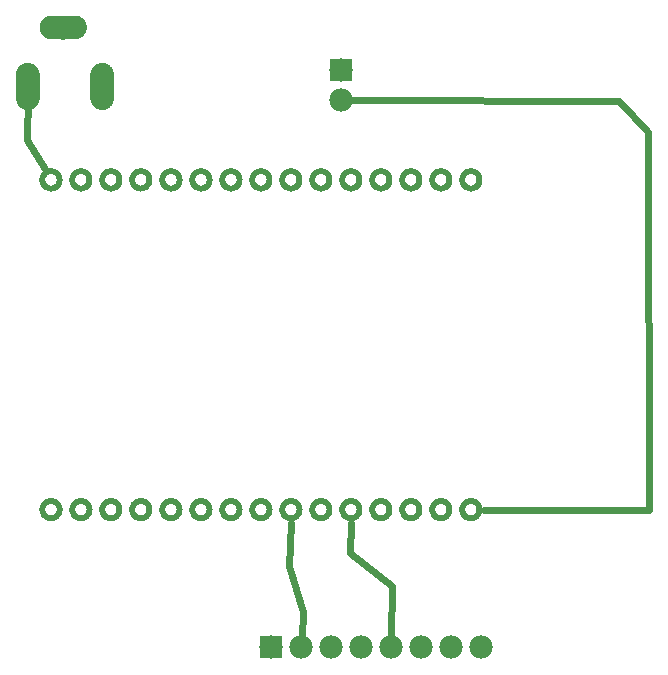
<source format=gbl>
G04 MADE WITH FRITZING*
G04 WWW.FRITZING.ORG*
G04 DOUBLE SIDED*
G04 HOLES PLATED*
G04 CONTOUR ON CENTER OF CONTOUR VECTOR*
%ASAXBY*%
%FSLAX23Y23*%
%MOIN*%
%OFA0B0*%
%SFA1.0B1.0*%
%ADD10C,0.078000*%
%ADD11C,0.078740*%
%ADD12R,0.078000X0.078000*%
%ADD13C,0.024000*%
%ADD14R,0.001000X0.001000*%
%LNCOPPER0*%
G90*
G70*
G54D10*
X1564Y265D03*
X1664Y265D03*
X1764Y265D03*
X1864Y265D03*
X1964Y265D03*
X2064Y265D03*
X2164Y265D03*
X2264Y265D03*
X1797Y2190D03*
X1797Y2090D03*
G54D11*
X753Y2133D03*
X1001Y2133D03*
X871Y2330D03*
G54D12*
X1564Y265D03*
X1797Y2190D03*
G54D13*
X1624Y536D02*
X1629Y680D01*
D02*
X1668Y384D02*
X1624Y536D01*
D02*
X1665Y295D02*
X1668Y384D01*
D02*
X1827Y579D02*
X1829Y680D01*
D02*
X1967Y468D02*
X1827Y579D01*
D02*
X1964Y295D02*
X1967Y468D01*
D02*
X749Y1957D02*
X752Y2102D01*
D02*
X808Y1858D02*
X749Y1957D01*
D02*
X1827Y2090D02*
X2723Y2087D01*
D02*
X2822Y722D02*
X2272Y722D01*
D02*
X2819Y1981D02*
X2822Y722D01*
D02*
X2723Y2087D02*
X2819Y1981D01*
G54D14*
X827Y2370D02*
X913Y2370D01*
X821Y2369D02*
X918Y2369D01*
X818Y2368D02*
X922Y2368D01*
X815Y2367D02*
X924Y2367D01*
X813Y2366D02*
X927Y2366D01*
X812Y2365D02*
X928Y2365D01*
X810Y2364D02*
X930Y2364D01*
X808Y2363D02*
X932Y2363D01*
X807Y2362D02*
X933Y2362D01*
X806Y2361D02*
X934Y2361D01*
X805Y2360D02*
X935Y2360D01*
X804Y2359D02*
X936Y2359D01*
X803Y2358D02*
X937Y2358D01*
X802Y2357D02*
X938Y2357D01*
X801Y2356D02*
X939Y2356D01*
X800Y2355D02*
X940Y2355D01*
X799Y2354D02*
X941Y2354D01*
X799Y2353D02*
X941Y2353D01*
X798Y2352D02*
X942Y2352D01*
X797Y2351D02*
X943Y2351D01*
X797Y2350D02*
X865Y2350D01*
X875Y2350D02*
X943Y2350D01*
X796Y2349D02*
X862Y2349D01*
X878Y2349D02*
X944Y2349D01*
X796Y2348D02*
X860Y2348D01*
X880Y2348D02*
X944Y2348D01*
X795Y2347D02*
X858Y2347D01*
X882Y2347D02*
X945Y2347D01*
X795Y2346D02*
X857Y2346D01*
X883Y2346D02*
X945Y2346D01*
X794Y2345D02*
X856Y2345D01*
X884Y2345D02*
X946Y2345D01*
X794Y2344D02*
X855Y2344D01*
X885Y2344D02*
X946Y2344D01*
X794Y2343D02*
X854Y2343D01*
X886Y2343D02*
X946Y2343D01*
X793Y2342D02*
X853Y2342D01*
X887Y2342D02*
X947Y2342D01*
X793Y2341D02*
X853Y2341D01*
X887Y2341D02*
X947Y2341D01*
X793Y2340D02*
X852Y2340D01*
X888Y2340D02*
X947Y2340D01*
X793Y2339D02*
X852Y2339D01*
X888Y2339D02*
X947Y2339D01*
X792Y2338D02*
X851Y2338D01*
X889Y2338D02*
X948Y2338D01*
X792Y2337D02*
X851Y2337D01*
X889Y2337D02*
X948Y2337D01*
X792Y2336D02*
X851Y2336D01*
X889Y2336D02*
X948Y2336D01*
X792Y2335D02*
X850Y2335D01*
X890Y2335D02*
X948Y2335D01*
X792Y2334D02*
X850Y2334D01*
X890Y2334D02*
X948Y2334D01*
X792Y2333D02*
X850Y2333D01*
X890Y2333D02*
X948Y2333D01*
X792Y2332D02*
X850Y2332D01*
X890Y2332D02*
X948Y2332D01*
X792Y2331D02*
X850Y2331D01*
X890Y2331D02*
X948Y2331D01*
X792Y2330D02*
X850Y2330D01*
X890Y2330D02*
X948Y2330D01*
X792Y2329D02*
X850Y2329D01*
X890Y2329D02*
X948Y2329D01*
X792Y2328D02*
X850Y2328D01*
X890Y2328D02*
X948Y2328D01*
X792Y2327D02*
X850Y2327D01*
X890Y2327D02*
X948Y2327D01*
X792Y2326D02*
X850Y2326D01*
X889Y2326D02*
X948Y2326D01*
X792Y2325D02*
X851Y2325D01*
X889Y2325D02*
X948Y2325D01*
X792Y2324D02*
X851Y2324D01*
X889Y2324D02*
X948Y2324D01*
X793Y2323D02*
X851Y2323D01*
X888Y2323D02*
X947Y2323D01*
X793Y2322D02*
X852Y2322D01*
X888Y2322D02*
X947Y2322D01*
X793Y2321D02*
X853Y2321D01*
X887Y2321D02*
X947Y2321D01*
X793Y2320D02*
X853Y2320D01*
X887Y2320D02*
X947Y2320D01*
X794Y2319D02*
X854Y2319D01*
X886Y2319D02*
X946Y2319D01*
X794Y2318D02*
X855Y2318D01*
X885Y2318D02*
X946Y2318D01*
X794Y2317D02*
X856Y2317D01*
X884Y2317D02*
X946Y2317D01*
X795Y2316D02*
X857Y2316D01*
X883Y2316D02*
X945Y2316D01*
X795Y2315D02*
X858Y2315D01*
X882Y2315D02*
X945Y2315D01*
X796Y2314D02*
X860Y2314D01*
X880Y2314D02*
X944Y2314D01*
X796Y2313D02*
X861Y2313D01*
X879Y2313D02*
X944Y2313D01*
X797Y2312D02*
X864Y2312D01*
X876Y2312D02*
X943Y2312D01*
X797Y2311D02*
X943Y2311D01*
X798Y2310D02*
X942Y2310D01*
X798Y2309D02*
X942Y2309D01*
X799Y2308D02*
X941Y2308D01*
X800Y2307D02*
X940Y2307D01*
X801Y2306D02*
X939Y2306D01*
X801Y2305D02*
X938Y2305D01*
X802Y2304D02*
X938Y2304D01*
X803Y2303D02*
X937Y2303D01*
X804Y2302D02*
X936Y2302D01*
X806Y2301D02*
X934Y2301D01*
X807Y2300D02*
X933Y2300D01*
X808Y2299D02*
X932Y2299D01*
X809Y2298D02*
X930Y2298D01*
X811Y2297D02*
X929Y2297D01*
X813Y2296D02*
X927Y2296D01*
X815Y2295D02*
X925Y2295D01*
X817Y2294D02*
X922Y2294D01*
X820Y2293D02*
X919Y2293D01*
X825Y2292D02*
X915Y2292D01*
X744Y2212D02*
X759Y2212D01*
X992Y2212D02*
X1007Y2212D01*
X741Y2211D02*
X763Y2211D01*
X989Y2211D02*
X1011Y2211D01*
X738Y2210D02*
X766Y2210D01*
X986Y2210D02*
X1014Y2210D01*
X736Y2209D02*
X768Y2209D01*
X984Y2209D02*
X1016Y2209D01*
X734Y2208D02*
X770Y2208D01*
X982Y2208D02*
X1018Y2208D01*
X732Y2207D02*
X772Y2207D01*
X980Y2207D02*
X1020Y2207D01*
X730Y2206D02*
X773Y2206D01*
X978Y2206D02*
X1021Y2206D01*
X729Y2205D02*
X775Y2205D01*
X977Y2205D02*
X1023Y2205D01*
X728Y2204D02*
X776Y2204D01*
X976Y2204D02*
X1024Y2204D01*
X726Y2203D02*
X777Y2203D01*
X974Y2203D02*
X1025Y2203D01*
X725Y2202D02*
X778Y2202D01*
X973Y2202D02*
X1026Y2202D01*
X724Y2201D02*
X779Y2201D01*
X972Y2201D02*
X1027Y2201D01*
X723Y2200D02*
X780Y2200D01*
X971Y2200D02*
X1028Y2200D01*
X722Y2199D02*
X781Y2199D01*
X970Y2199D02*
X1029Y2199D01*
X722Y2198D02*
X782Y2198D01*
X970Y2198D02*
X1030Y2198D01*
X721Y2197D02*
X783Y2197D01*
X969Y2197D02*
X1031Y2197D01*
X720Y2196D02*
X784Y2196D01*
X968Y2196D02*
X1032Y2196D01*
X719Y2195D02*
X784Y2195D01*
X967Y2195D02*
X1032Y2195D01*
X719Y2194D02*
X785Y2194D01*
X967Y2194D02*
X1033Y2194D01*
X718Y2193D02*
X786Y2193D01*
X966Y2193D02*
X1033Y2193D01*
X718Y2192D02*
X786Y2192D01*
X966Y2192D02*
X1034Y2192D01*
X717Y2191D02*
X787Y2191D01*
X965Y2191D02*
X1035Y2191D01*
X717Y2190D02*
X787Y2190D01*
X965Y2190D02*
X1035Y2190D01*
X716Y2189D02*
X788Y2189D01*
X964Y2189D02*
X1036Y2189D01*
X716Y2188D02*
X788Y2188D01*
X964Y2188D02*
X1036Y2188D01*
X715Y2187D02*
X788Y2187D01*
X963Y2187D02*
X1036Y2187D01*
X715Y2186D02*
X789Y2186D01*
X963Y2186D02*
X1037Y2186D01*
X715Y2185D02*
X789Y2185D01*
X963Y2185D02*
X1037Y2185D01*
X714Y2184D02*
X789Y2184D01*
X962Y2184D02*
X1037Y2184D01*
X714Y2183D02*
X790Y2183D01*
X962Y2183D02*
X1038Y2183D01*
X714Y2182D02*
X790Y2182D01*
X962Y2182D02*
X1038Y2182D01*
X714Y2181D02*
X790Y2181D01*
X962Y2181D02*
X1038Y2181D01*
X714Y2180D02*
X790Y2180D01*
X962Y2180D02*
X1038Y2180D01*
X713Y2179D02*
X790Y2179D01*
X961Y2179D02*
X1038Y2179D01*
X713Y2178D02*
X790Y2178D01*
X961Y2178D02*
X1038Y2178D01*
X713Y2177D02*
X791Y2177D01*
X961Y2177D02*
X1039Y2177D01*
X713Y2176D02*
X791Y2176D01*
X961Y2176D02*
X1039Y2176D01*
X713Y2175D02*
X791Y2175D01*
X961Y2175D02*
X1039Y2175D01*
X713Y2174D02*
X791Y2174D01*
X961Y2174D02*
X1039Y2174D01*
X713Y2173D02*
X791Y2173D01*
X961Y2173D02*
X1039Y2173D01*
X713Y2172D02*
X791Y2172D01*
X961Y2172D02*
X1039Y2172D01*
X713Y2171D02*
X791Y2171D01*
X961Y2171D02*
X1039Y2171D01*
X713Y2170D02*
X791Y2170D01*
X961Y2170D02*
X1039Y2170D01*
X713Y2169D02*
X791Y2169D01*
X961Y2169D02*
X1039Y2169D01*
X713Y2168D02*
X791Y2168D01*
X961Y2168D02*
X1039Y2168D01*
X713Y2167D02*
X791Y2167D01*
X961Y2167D02*
X1039Y2167D01*
X713Y2166D02*
X791Y2166D01*
X961Y2166D02*
X1039Y2166D01*
X713Y2165D02*
X791Y2165D01*
X961Y2165D02*
X1039Y2165D01*
X713Y2164D02*
X791Y2164D01*
X961Y2164D02*
X1039Y2164D01*
X713Y2163D02*
X791Y2163D01*
X961Y2163D02*
X1039Y2163D01*
X713Y2162D02*
X791Y2162D01*
X961Y2162D02*
X1039Y2162D01*
X713Y2161D02*
X791Y2161D01*
X961Y2161D02*
X1039Y2161D01*
X713Y2160D02*
X791Y2160D01*
X961Y2160D02*
X1039Y2160D01*
X713Y2159D02*
X791Y2159D01*
X961Y2159D02*
X1039Y2159D01*
X713Y2158D02*
X791Y2158D01*
X961Y2158D02*
X1039Y2158D01*
X713Y2157D02*
X791Y2157D01*
X961Y2157D02*
X1039Y2157D01*
X713Y2156D02*
X791Y2156D01*
X961Y2156D02*
X1039Y2156D01*
X713Y2155D02*
X791Y2155D01*
X961Y2155D02*
X1039Y2155D01*
X713Y2154D02*
X791Y2154D01*
X961Y2154D02*
X1039Y2154D01*
X713Y2153D02*
X746Y2153D01*
X758Y2153D02*
X791Y2153D01*
X961Y2153D02*
X994Y2153D01*
X1005Y2153D02*
X1039Y2153D01*
X713Y2152D02*
X743Y2152D01*
X760Y2152D02*
X791Y2152D01*
X961Y2152D02*
X991Y2152D01*
X1008Y2152D02*
X1039Y2152D01*
X713Y2151D02*
X742Y2151D01*
X762Y2151D02*
X791Y2151D01*
X961Y2151D02*
X989Y2151D01*
X1010Y2151D02*
X1039Y2151D01*
X713Y2150D02*
X740Y2150D01*
X764Y2150D02*
X791Y2150D01*
X961Y2150D02*
X988Y2150D01*
X1012Y2150D02*
X1039Y2150D01*
X713Y2149D02*
X739Y2149D01*
X765Y2149D02*
X791Y2149D01*
X961Y2149D02*
X987Y2149D01*
X1013Y2149D02*
X1039Y2149D01*
X713Y2148D02*
X738Y2148D01*
X766Y2148D02*
X791Y2148D01*
X961Y2148D02*
X985Y2148D01*
X1014Y2148D02*
X1039Y2148D01*
X713Y2147D02*
X737Y2147D01*
X767Y2147D02*
X791Y2147D01*
X961Y2147D02*
X985Y2147D01*
X1015Y2147D02*
X1039Y2147D01*
X713Y2146D02*
X736Y2146D01*
X768Y2146D02*
X791Y2146D01*
X961Y2146D02*
X984Y2146D01*
X1016Y2146D02*
X1039Y2146D01*
X713Y2145D02*
X735Y2145D01*
X769Y2145D02*
X791Y2145D01*
X961Y2145D02*
X983Y2145D01*
X1017Y2145D02*
X1039Y2145D01*
X713Y2144D02*
X734Y2144D01*
X769Y2144D02*
X791Y2144D01*
X961Y2144D02*
X982Y2144D01*
X1017Y2144D02*
X1039Y2144D01*
X713Y2143D02*
X734Y2143D01*
X770Y2143D02*
X791Y2143D01*
X961Y2143D02*
X982Y2143D01*
X1018Y2143D02*
X1039Y2143D01*
X713Y2142D02*
X733Y2142D01*
X770Y2142D02*
X791Y2142D01*
X961Y2142D02*
X981Y2142D01*
X1018Y2142D02*
X1039Y2142D01*
X713Y2141D02*
X733Y2141D01*
X771Y2141D02*
X791Y2141D01*
X961Y2141D02*
X981Y2141D01*
X1019Y2141D02*
X1039Y2141D01*
X713Y2140D02*
X733Y2140D01*
X771Y2140D02*
X791Y2140D01*
X961Y2140D02*
X981Y2140D01*
X1019Y2140D02*
X1039Y2140D01*
X713Y2139D02*
X732Y2139D01*
X771Y2139D02*
X791Y2139D01*
X961Y2139D02*
X980Y2139D01*
X1019Y2139D02*
X1039Y2139D01*
X713Y2138D02*
X732Y2138D01*
X772Y2138D02*
X791Y2138D01*
X961Y2138D02*
X980Y2138D01*
X1020Y2138D02*
X1039Y2138D01*
X713Y2137D02*
X732Y2137D01*
X772Y2137D02*
X791Y2137D01*
X961Y2137D02*
X980Y2137D01*
X1020Y2137D02*
X1039Y2137D01*
X713Y2136D02*
X732Y2136D01*
X772Y2136D02*
X791Y2136D01*
X961Y2136D02*
X980Y2136D01*
X1020Y2136D02*
X1039Y2136D01*
X713Y2135D02*
X732Y2135D01*
X772Y2135D02*
X791Y2135D01*
X961Y2135D02*
X980Y2135D01*
X1020Y2135D02*
X1039Y2135D01*
X713Y2134D02*
X732Y2134D01*
X772Y2134D02*
X791Y2134D01*
X961Y2134D02*
X980Y2134D01*
X1020Y2134D02*
X1039Y2134D01*
X713Y2133D02*
X732Y2133D01*
X772Y2133D02*
X791Y2133D01*
X961Y2133D02*
X980Y2133D01*
X1020Y2133D02*
X1039Y2133D01*
X713Y2132D02*
X732Y2132D01*
X772Y2132D02*
X791Y2132D01*
X961Y2132D02*
X980Y2132D01*
X1020Y2132D02*
X1039Y2132D01*
X713Y2131D02*
X732Y2131D01*
X772Y2131D02*
X791Y2131D01*
X961Y2131D02*
X980Y2131D01*
X1020Y2131D02*
X1039Y2131D01*
X713Y2130D02*
X732Y2130D01*
X772Y2130D02*
X791Y2130D01*
X961Y2130D02*
X980Y2130D01*
X1020Y2130D02*
X1039Y2130D01*
X713Y2129D02*
X732Y2129D01*
X771Y2129D02*
X791Y2129D01*
X961Y2129D02*
X980Y2129D01*
X1019Y2129D02*
X1039Y2129D01*
X713Y2128D02*
X733Y2128D01*
X771Y2128D02*
X791Y2128D01*
X961Y2128D02*
X981Y2128D01*
X1019Y2128D02*
X1039Y2128D01*
X713Y2127D02*
X733Y2127D01*
X771Y2127D02*
X791Y2127D01*
X961Y2127D02*
X981Y2127D01*
X1019Y2127D02*
X1039Y2127D01*
X713Y2126D02*
X733Y2126D01*
X770Y2126D02*
X791Y2126D01*
X961Y2126D02*
X981Y2126D01*
X1018Y2126D02*
X1039Y2126D01*
X713Y2125D02*
X734Y2125D01*
X770Y2125D02*
X791Y2125D01*
X961Y2125D02*
X982Y2125D01*
X1018Y2125D02*
X1039Y2125D01*
X713Y2124D02*
X735Y2124D01*
X769Y2124D02*
X791Y2124D01*
X961Y2124D02*
X983Y2124D01*
X1017Y2124D02*
X1039Y2124D01*
X713Y2123D02*
X735Y2123D01*
X769Y2123D02*
X791Y2123D01*
X961Y2123D02*
X983Y2123D01*
X1017Y2123D02*
X1039Y2123D01*
X713Y2122D02*
X736Y2122D01*
X768Y2122D02*
X791Y2122D01*
X961Y2122D02*
X984Y2122D01*
X1016Y2122D02*
X1039Y2122D01*
X713Y2121D02*
X737Y2121D01*
X767Y2121D02*
X791Y2121D01*
X961Y2121D02*
X985Y2121D01*
X1015Y2121D02*
X1039Y2121D01*
X713Y2120D02*
X738Y2120D01*
X766Y2120D02*
X791Y2120D01*
X961Y2120D02*
X986Y2120D01*
X1014Y2120D02*
X1039Y2120D01*
X713Y2119D02*
X739Y2119D01*
X765Y2119D02*
X791Y2119D01*
X961Y2119D02*
X987Y2119D01*
X1013Y2119D02*
X1039Y2119D01*
X713Y2118D02*
X740Y2118D01*
X764Y2118D02*
X791Y2118D01*
X961Y2118D02*
X988Y2118D01*
X1012Y2118D02*
X1039Y2118D01*
X713Y2117D02*
X742Y2117D01*
X762Y2117D02*
X791Y2117D01*
X961Y2117D02*
X990Y2117D01*
X1010Y2117D02*
X1039Y2117D01*
X713Y2116D02*
X744Y2116D01*
X760Y2116D02*
X791Y2116D01*
X961Y2116D02*
X992Y2116D01*
X1008Y2116D02*
X1039Y2116D01*
X713Y2115D02*
X747Y2115D01*
X757Y2115D02*
X791Y2115D01*
X961Y2115D02*
X995Y2115D01*
X1005Y2115D02*
X1039Y2115D01*
X713Y2114D02*
X791Y2114D01*
X961Y2114D02*
X1039Y2114D01*
X713Y2113D02*
X791Y2113D01*
X961Y2113D02*
X1039Y2113D01*
X713Y2112D02*
X791Y2112D01*
X961Y2112D02*
X1039Y2112D01*
X713Y2111D02*
X791Y2111D01*
X961Y2111D02*
X1039Y2111D01*
X713Y2110D02*
X791Y2110D01*
X961Y2110D02*
X1039Y2110D01*
X713Y2109D02*
X791Y2109D01*
X961Y2109D02*
X1039Y2109D01*
X713Y2108D02*
X791Y2108D01*
X961Y2108D02*
X1039Y2108D01*
X713Y2107D02*
X791Y2107D01*
X961Y2107D02*
X1039Y2107D01*
X713Y2106D02*
X791Y2106D01*
X961Y2106D02*
X1039Y2106D01*
X713Y2105D02*
X791Y2105D01*
X961Y2105D02*
X1039Y2105D01*
X713Y2104D02*
X791Y2104D01*
X961Y2104D02*
X1039Y2104D01*
X713Y2103D02*
X791Y2103D01*
X961Y2103D02*
X1039Y2103D01*
X713Y2102D02*
X791Y2102D01*
X961Y2102D02*
X1039Y2102D01*
X713Y2101D02*
X791Y2101D01*
X961Y2101D02*
X1039Y2101D01*
X713Y2100D02*
X791Y2100D01*
X961Y2100D02*
X1039Y2100D01*
X713Y2099D02*
X791Y2099D01*
X961Y2099D02*
X1039Y2099D01*
X713Y2098D02*
X791Y2098D01*
X961Y2098D02*
X1039Y2098D01*
X713Y2097D02*
X791Y2097D01*
X961Y2097D02*
X1039Y2097D01*
X713Y2096D02*
X791Y2096D01*
X961Y2096D02*
X1039Y2096D01*
X713Y2095D02*
X791Y2095D01*
X961Y2095D02*
X1039Y2095D01*
X713Y2094D02*
X791Y2094D01*
X961Y2094D02*
X1039Y2094D01*
X713Y2093D02*
X791Y2093D01*
X961Y2093D02*
X1039Y2093D01*
X713Y2092D02*
X791Y2092D01*
X961Y2092D02*
X1039Y2092D01*
X713Y2091D02*
X791Y2091D01*
X961Y2091D02*
X1039Y2091D01*
X713Y2090D02*
X790Y2090D01*
X961Y2090D02*
X1038Y2090D01*
X713Y2089D02*
X790Y2089D01*
X961Y2089D02*
X1038Y2089D01*
X714Y2088D02*
X790Y2088D01*
X962Y2088D02*
X1038Y2088D01*
X714Y2087D02*
X790Y2087D01*
X962Y2087D02*
X1038Y2087D01*
X714Y2086D02*
X790Y2086D01*
X962Y2086D02*
X1038Y2086D01*
X714Y2085D02*
X789Y2085D01*
X962Y2085D02*
X1037Y2085D01*
X715Y2084D02*
X789Y2084D01*
X963Y2084D02*
X1037Y2084D01*
X715Y2083D02*
X789Y2083D01*
X963Y2083D02*
X1037Y2083D01*
X715Y2082D02*
X789Y2082D01*
X963Y2082D02*
X1037Y2082D01*
X716Y2081D02*
X788Y2081D01*
X964Y2081D02*
X1036Y2081D01*
X716Y2080D02*
X788Y2080D01*
X964Y2080D02*
X1036Y2080D01*
X716Y2079D02*
X787Y2079D01*
X964Y2079D02*
X1035Y2079D01*
X717Y2078D02*
X787Y2078D01*
X965Y2078D02*
X1035Y2078D01*
X717Y2077D02*
X787Y2077D01*
X965Y2077D02*
X1034Y2077D01*
X718Y2076D02*
X786Y2076D01*
X966Y2076D02*
X1034Y2076D01*
X718Y2075D02*
X785Y2075D01*
X966Y2075D02*
X1033Y2075D01*
X719Y2074D02*
X785Y2074D01*
X967Y2074D02*
X1033Y2074D01*
X720Y2073D02*
X784Y2073D01*
X968Y2073D02*
X1032Y2073D01*
X720Y2072D02*
X783Y2072D01*
X968Y2072D02*
X1031Y2072D01*
X721Y2071D02*
X783Y2071D01*
X969Y2071D02*
X1031Y2071D01*
X722Y2070D02*
X782Y2070D01*
X970Y2070D02*
X1030Y2070D01*
X723Y2069D02*
X781Y2069D01*
X971Y2069D02*
X1029Y2069D01*
X724Y2068D02*
X780Y2068D01*
X972Y2068D02*
X1028Y2068D01*
X724Y2067D02*
X779Y2067D01*
X972Y2067D02*
X1027Y2067D01*
X726Y2066D02*
X778Y2066D01*
X974Y2066D02*
X1026Y2066D01*
X727Y2065D02*
X777Y2065D01*
X975Y2065D02*
X1025Y2065D01*
X728Y2064D02*
X776Y2064D01*
X976Y2064D02*
X1024Y2064D01*
X729Y2063D02*
X775Y2063D01*
X977Y2063D02*
X1023Y2063D01*
X731Y2062D02*
X773Y2062D01*
X978Y2062D02*
X1021Y2062D01*
X732Y2061D02*
X772Y2061D01*
X980Y2061D02*
X1020Y2061D01*
X734Y2060D02*
X770Y2060D01*
X982Y2060D02*
X1018Y2060D01*
X736Y2059D02*
X768Y2059D01*
X984Y2059D02*
X1016Y2059D01*
X738Y2058D02*
X765Y2058D01*
X986Y2058D02*
X1013Y2058D01*
X741Y2057D02*
X763Y2057D01*
X989Y2057D02*
X1011Y2057D01*
X745Y2056D02*
X758Y2056D01*
X993Y2056D02*
X1006Y2056D01*
X823Y1861D02*
X835Y1861D01*
X923Y1861D02*
X935Y1861D01*
X1023Y1861D02*
X1035Y1861D01*
X1123Y1861D02*
X1135Y1861D01*
X1223Y1861D02*
X1235Y1861D01*
X1323Y1861D02*
X1335Y1861D01*
X1423Y1861D02*
X1435Y1861D01*
X1523Y1861D02*
X1535Y1861D01*
X1623Y1861D02*
X1635Y1861D01*
X1723Y1861D02*
X1735Y1861D01*
X1823Y1861D02*
X1835Y1861D01*
X1923Y1861D02*
X1935Y1861D01*
X2023Y1861D02*
X2035Y1861D01*
X2123Y1861D02*
X2135Y1861D01*
X2223Y1861D02*
X2235Y1861D01*
X819Y1860D02*
X839Y1860D01*
X919Y1860D02*
X939Y1860D01*
X1019Y1860D02*
X1039Y1860D01*
X1119Y1860D02*
X1139Y1860D01*
X1219Y1860D02*
X1239Y1860D01*
X1319Y1860D02*
X1339Y1860D01*
X1419Y1860D02*
X1439Y1860D01*
X1519Y1860D02*
X1539Y1860D01*
X1619Y1860D02*
X1639Y1860D01*
X1719Y1860D02*
X1739Y1860D01*
X1819Y1860D02*
X1839Y1860D01*
X1919Y1860D02*
X1939Y1860D01*
X2019Y1860D02*
X2039Y1860D01*
X2119Y1860D02*
X2139Y1860D01*
X2219Y1860D02*
X2239Y1860D01*
X816Y1859D02*
X842Y1859D01*
X916Y1859D02*
X942Y1859D01*
X1016Y1859D02*
X1042Y1859D01*
X1116Y1859D02*
X1142Y1859D01*
X1216Y1859D02*
X1242Y1859D01*
X1316Y1859D02*
X1342Y1859D01*
X1416Y1859D02*
X1442Y1859D01*
X1516Y1859D02*
X1542Y1859D01*
X1616Y1859D02*
X1642Y1859D01*
X1716Y1859D02*
X1742Y1859D01*
X1816Y1859D02*
X1842Y1859D01*
X1916Y1859D02*
X1942Y1859D01*
X2016Y1859D02*
X2042Y1859D01*
X2116Y1859D02*
X2142Y1859D01*
X2216Y1859D02*
X2242Y1859D01*
X814Y1858D02*
X845Y1858D01*
X914Y1858D02*
X945Y1858D01*
X1014Y1858D02*
X1044Y1858D01*
X1113Y1858D02*
X1144Y1858D01*
X1214Y1858D02*
X1245Y1858D01*
X1314Y1858D02*
X1345Y1858D01*
X1414Y1858D02*
X1445Y1858D01*
X1514Y1858D02*
X1545Y1858D01*
X1614Y1858D02*
X1645Y1858D01*
X1714Y1858D02*
X1745Y1858D01*
X1814Y1858D02*
X1844Y1858D01*
X1914Y1858D02*
X1944Y1858D01*
X2014Y1858D02*
X2044Y1858D01*
X2114Y1858D02*
X2144Y1858D01*
X2214Y1858D02*
X2244Y1858D01*
X812Y1857D02*
X847Y1857D01*
X912Y1857D02*
X947Y1857D01*
X1011Y1857D02*
X1046Y1857D01*
X1111Y1857D02*
X1146Y1857D01*
X1212Y1857D02*
X1247Y1857D01*
X1312Y1857D02*
X1347Y1857D01*
X1412Y1857D02*
X1447Y1857D01*
X1512Y1857D02*
X1547Y1857D01*
X1612Y1857D02*
X1647Y1857D01*
X1712Y1857D02*
X1747Y1857D01*
X1812Y1857D02*
X1847Y1857D01*
X1912Y1857D02*
X1947Y1857D01*
X2011Y1857D02*
X2047Y1857D01*
X2111Y1857D02*
X2147Y1857D01*
X2211Y1857D02*
X2246Y1857D01*
X810Y1856D02*
X849Y1856D01*
X910Y1856D02*
X948Y1856D01*
X1010Y1856D02*
X1048Y1856D01*
X1109Y1856D02*
X1148Y1856D01*
X1210Y1856D02*
X1249Y1856D01*
X1310Y1856D02*
X1349Y1856D01*
X1410Y1856D02*
X1448Y1856D01*
X1510Y1856D02*
X1548Y1856D01*
X1610Y1856D02*
X1648Y1856D01*
X1710Y1856D02*
X1748Y1856D01*
X1810Y1856D02*
X1848Y1856D01*
X1910Y1856D02*
X1948Y1856D01*
X2010Y1856D02*
X2048Y1856D01*
X2110Y1856D02*
X2148Y1856D01*
X2210Y1856D02*
X2248Y1856D01*
X808Y1855D02*
X850Y1855D01*
X908Y1855D02*
X950Y1855D01*
X1008Y1855D02*
X1050Y1855D01*
X1108Y1855D02*
X1150Y1855D01*
X1208Y1855D02*
X1250Y1855D01*
X1308Y1855D02*
X1350Y1855D01*
X1408Y1855D02*
X1450Y1855D01*
X1508Y1855D02*
X1550Y1855D01*
X1608Y1855D02*
X1650Y1855D01*
X1708Y1855D02*
X1750Y1855D01*
X1808Y1855D02*
X1850Y1855D01*
X1908Y1855D02*
X1950Y1855D01*
X2008Y1855D02*
X2050Y1855D01*
X2108Y1855D02*
X2150Y1855D01*
X2208Y1855D02*
X2250Y1855D01*
X807Y1854D02*
X852Y1854D01*
X907Y1854D02*
X952Y1854D01*
X1006Y1854D02*
X1051Y1854D01*
X1106Y1854D02*
X1151Y1854D01*
X1207Y1854D02*
X1252Y1854D01*
X1307Y1854D02*
X1352Y1854D01*
X1407Y1854D02*
X1452Y1854D01*
X1507Y1854D02*
X1552Y1854D01*
X1607Y1854D02*
X1652Y1854D01*
X1707Y1854D02*
X1752Y1854D01*
X1807Y1854D02*
X1852Y1854D01*
X1907Y1854D02*
X1952Y1854D01*
X2007Y1854D02*
X2051Y1854D01*
X2107Y1854D02*
X2151Y1854D01*
X2207Y1854D02*
X2251Y1854D01*
X805Y1853D02*
X853Y1853D01*
X905Y1853D02*
X953Y1853D01*
X1005Y1853D02*
X1053Y1853D01*
X1105Y1853D02*
X1153Y1853D01*
X1205Y1853D02*
X1253Y1853D01*
X1305Y1853D02*
X1353Y1853D01*
X1405Y1853D02*
X1453Y1853D01*
X1505Y1853D02*
X1553Y1853D01*
X1605Y1853D02*
X1653Y1853D01*
X1705Y1853D02*
X1753Y1853D01*
X1805Y1853D02*
X1853Y1853D01*
X1905Y1853D02*
X1953Y1853D01*
X2005Y1853D02*
X2053Y1853D01*
X2105Y1853D02*
X2153Y1853D01*
X2205Y1853D02*
X2253Y1853D01*
X804Y1852D02*
X854Y1852D01*
X904Y1852D02*
X954Y1852D01*
X1004Y1852D02*
X1054Y1852D01*
X1104Y1852D02*
X1154Y1852D01*
X1204Y1852D02*
X1254Y1852D01*
X1304Y1852D02*
X1354Y1852D01*
X1404Y1852D02*
X1454Y1852D01*
X1504Y1852D02*
X1554Y1852D01*
X1604Y1852D02*
X1654Y1852D01*
X1704Y1852D02*
X1754Y1852D01*
X1804Y1852D02*
X1854Y1852D01*
X1904Y1852D02*
X1954Y1852D01*
X2004Y1852D02*
X2054Y1852D01*
X2104Y1852D02*
X2154Y1852D01*
X2204Y1852D02*
X2254Y1852D01*
X803Y1851D02*
X855Y1851D01*
X903Y1851D02*
X955Y1851D01*
X1003Y1851D02*
X1055Y1851D01*
X1103Y1851D02*
X1155Y1851D01*
X1203Y1851D02*
X1255Y1851D01*
X1303Y1851D02*
X1355Y1851D01*
X1403Y1851D02*
X1455Y1851D01*
X1503Y1851D02*
X1555Y1851D01*
X1603Y1851D02*
X1655Y1851D01*
X1703Y1851D02*
X1755Y1851D01*
X1803Y1851D02*
X1855Y1851D01*
X1903Y1851D02*
X1955Y1851D01*
X2003Y1851D02*
X2055Y1851D01*
X2103Y1851D02*
X2155Y1851D01*
X2203Y1851D02*
X2255Y1851D01*
X802Y1850D02*
X857Y1850D01*
X902Y1850D02*
X956Y1850D01*
X1002Y1850D02*
X1056Y1850D01*
X1102Y1850D02*
X1156Y1850D01*
X1202Y1850D02*
X1256Y1850D01*
X1302Y1850D02*
X1356Y1850D01*
X1402Y1850D02*
X1456Y1850D01*
X1502Y1850D02*
X1556Y1850D01*
X1602Y1850D02*
X1656Y1850D01*
X1702Y1850D02*
X1756Y1850D01*
X1802Y1850D02*
X1856Y1850D01*
X1902Y1850D02*
X1956Y1850D01*
X2002Y1850D02*
X2056Y1850D01*
X2102Y1850D02*
X2156Y1850D01*
X2202Y1850D02*
X2256Y1850D01*
X801Y1849D02*
X857Y1849D01*
X901Y1849D02*
X957Y1849D01*
X1001Y1849D02*
X1057Y1849D01*
X1101Y1849D02*
X1157Y1849D01*
X1201Y1849D02*
X1257Y1849D01*
X1301Y1849D02*
X1357Y1849D01*
X1401Y1849D02*
X1457Y1849D01*
X1501Y1849D02*
X1557Y1849D01*
X1601Y1849D02*
X1657Y1849D01*
X1701Y1849D02*
X1757Y1849D01*
X1801Y1849D02*
X1857Y1849D01*
X1901Y1849D02*
X1957Y1849D01*
X2001Y1849D02*
X2057Y1849D01*
X2101Y1849D02*
X2157Y1849D01*
X2201Y1849D02*
X2257Y1849D01*
X800Y1848D02*
X858Y1848D01*
X900Y1848D02*
X958Y1848D01*
X1000Y1848D02*
X1058Y1848D01*
X1100Y1848D02*
X1158Y1848D01*
X1200Y1848D02*
X1258Y1848D01*
X1300Y1848D02*
X1358Y1848D01*
X1400Y1848D02*
X1458Y1848D01*
X1500Y1848D02*
X1558Y1848D01*
X1600Y1848D02*
X1658Y1848D01*
X1700Y1848D02*
X1758Y1848D01*
X1800Y1848D02*
X1858Y1848D01*
X1900Y1848D02*
X1958Y1848D01*
X2000Y1848D02*
X2058Y1848D01*
X2100Y1848D02*
X2158Y1848D01*
X2200Y1848D02*
X2258Y1848D01*
X799Y1847D02*
X859Y1847D01*
X899Y1847D02*
X959Y1847D01*
X999Y1847D02*
X1059Y1847D01*
X1099Y1847D02*
X1159Y1847D01*
X1199Y1847D02*
X1259Y1847D01*
X1299Y1847D02*
X1359Y1847D01*
X1399Y1847D02*
X1459Y1847D01*
X1499Y1847D02*
X1559Y1847D01*
X1599Y1847D02*
X1659Y1847D01*
X1699Y1847D02*
X1759Y1847D01*
X1799Y1847D02*
X1859Y1847D01*
X1899Y1847D02*
X1959Y1847D01*
X1999Y1847D02*
X2059Y1847D01*
X2099Y1847D02*
X2159Y1847D01*
X2199Y1847D02*
X2259Y1847D01*
X799Y1846D02*
X860Y1846D01*
X899Y1846D02*
X960Y1846D01*
X998Y1846D02*
X1060Y1846D01*
X1098Y1846D02*
X1159Y1846D01*
X1199Y1846D02*
X1260Y1846D01*
X1299Y1846D02*
X1360Y1846D01*
X1399Y1846D02*
X1460Y1846D01*
X1499Y1846D02*
X1560Y1846D01*
X1599Y1846D02*
X1660Y1846D01*
X1699Y1846D02*
X1760Y1846D01*
X1799Y1846D02*
X1860Y1846D01*
X1898Y1846D02*
X1960Y1846D01*
X1998Y1846D02*
X2060Y1846D01*
X2098Y1846D02*
X2160Y1846D01*
X2198Y1846D02*
X2260Y1846D01*
X798Y1845D02*
X861Y1845D01*
X898Y1845D02*
X960Y1845D01*
X998Y1845D02*
X1060Y1845D01*
X1097Y1845D02*
X1160Y1845D01*
X1198Y1845D02*
X1261Y1845D01*
X1298Y1845D02*
X1360Y1845D01*
X1398Y1845D02*
X1460Y1845D01*
X1498Y1845D02*
X1560Y1845D01*
X1598Y1845D02*
X1660Y1845D01*
X1698Y1845D02*
X1760Y1845D01*
X1798Y1845D02*
X1860Y1845D01*
X1898Y1845D02*
X1960Y1845D01*
X1998Y1845D02*
X2060Y1845D01*
X2098Y1845D02*
X2160Y1845D01*
X2198Y1845D02*
X2260Y1845D01*
X797Y1844D02*
X861Y1844D01*
X897Y1844D02*
X961Y1844D01*
X997Y1844D02*
X1061Y1844D01*
X1097Y1844D02*
X1161Y1844D01*
X1197Y1844D02*
X1261Y1844D01*
X1297Y1844D02*
X1361Y1844D01*
X1397Y1844D02*
X1461Y1844D01*
X1497Y1844D02*
X1561Y1844D01*
X1597Y1844D02*
X1661Y1844D01*
X1697Y1844D02*
X1761Y1844D01*
X1797Y1844D02*
X1861Y1844D01*
X1897Y1844D02*
X1961Y1844D01*
X1997Y1844D02*
X2061Y1844D01*
X2097Y1844D02*
X2161Y1844D01*
X2197Y1844D02*
X2261Y1844D01*
X797Y1843D02*
X862Y1843D01*
X897Y1843D02*
X962Y1843D01*
X996Y1843D02*
X1061Y1843D01*
X1096Y1843D02*
X1161Y1843D01*
X1197Y1843D02*
X1262Y1843D01*
X1297Y1843D02*
X1362Y1843D01*
X1397Y1843D02*
X1462Y1843D01*
X1497Y1843D02*
X1562Y1843D01*
X1597Y1843D02*
X1662Y1843D01*
X1697Y1843D02*
X1762Y1843D01*
X1797Y1843D02*
X1862Y1843D01*
X1897Y1843D02*
X1962Y1843D01*
X1996Y1843D02*
X2062Y1843D01*
X2096Y1843D02*
X2162Y1843D01*
X2196Y1843D02*
X2261Y1843D01*
X796Y1842D02*
X862Y1842D01*
X896Y1842D02*
X962Y1842D01*
X996Y1842D02*
X1062Y1842D01*
X1096Y1842D02*
X1162Y1842D01*
X1196Y1842D02*
X1262Y1842D01*
X1296Y1842D02*
X1362Y1842D01*
X1396Y1842D02*
X1462Y1842D01*
X1496Y1842D02*
X1562Y1842D01*
X1596Y1842D02*
X1662Y1842D01*
X1696Y1842D02*
X1762Y1842D01*
X1796Y1842D02*
X1862Y1842D01*
X1896Y1842D02*
X1962Y1842D01*
X1996Y1842D02*
X2062Y1842D01*
X2096Y1842D02*
X2162Y1842D01*
X2196Y1842D02*
X2262Y1842D01*
X796Y1841D02*
X823Y1841D01*
X835Y1841D02*
X863Y1841D01*
X895Y1841D02*
X923Y1841D01*
X935Y1841D02*
X963Y1841D01*
X995Y1841D02*
X1023Y1841D01*
X1035Y1841D02*
X1063Y1841D01*
X1095Y1841D02*
X1123Y1841D01*
X1135Y1841D02*
X1162Y1841D01*
X1196Y1841D02*
X1223Y1841D01*
X1235Y1841D02*
X1263Y1841D01*
X1296Y1841D02*
X1323Y1841D01*
X1335Y1841D02*
X1363Y1841D01*
X1396Y1841D02*
X1423Y1841D01*
X1435Y1841D02*
X1463Y1841D01*
X1495Y1841D02*
X1523Y1841D01*
X1535Y1841D02*
X1563Y1841D01*
X1595Y1841D02*
X1623Y1841D01*
X1635Y1841D02*
X1663Y1841D01*
X1695Y1841D02*
X1723Y1841D01*
X1735Y1841D02*
X1763Y1841D01*
X1795Y1841D02*
X1823Y1841D01*
X1835Y1841D02*
X1863Y1841D01*
X1895Y1841D02*
X1923Y1841D01*
X1935Y1841D02*
X1963Y1841D01*
X1995Y1841D02*
X2023Y1841D01*
X2035Y1841D02*
X2063Y1841D01*
X2095Y1841D02*
X2123Y1841D01*
X2135Y1841D02*
X2163Y1841D01*
X2195Y1841D02*
X2223Y1841D01*
X2235Y1841D02*
X2263Y1841D01*
X795Y1840D02*
X821Y1840D01*
X838Y1840D02*
X863Y1840D01*
X895Y1840D02*
X921Y1840D01*
X938Y1840D02*
X963Y1840D01*
X995Y1840D02*
X1020Y1840D01*
X1038Y1840D02*
X1063Y1840D01*
X1095Y1840D02*
X1120Y1840D01*
X1137Y1840D02*
X1163Y1840D01*
X1195Y1840D02*
X1221Y1840D01*
X1238Y1840D02*
X1263Y1840D01*
X1295Y1840D02*
X1321Y1840D01*
X1338Y1840D02*
X1363Y1840D01*
X1395Y1840D02*
X1421Y1840D01*
X1438Y1840D02*
X1463Y1840D01*
X1495Y1840D02*
X1521Y1840D01*
X1538Y1840D02*
X1563Y1840D01*
X1595Y1840D02*
X1621Y1840D01*
X1638Y1840D02*
X1663Y1840D01*
X1695Y1840D02*
X1720Y1840D01*
X1738Y1840D02*
X1763Y1840D01*
X1795Y1840D02*
X1820Y1840D01*
X1838Y1840D02*
X1863Y1840D01*
X1895Y1840D02*
X1920Y1840D01*
X1938Y1840D02*
X1963Y1840D01*
X1995Y1840D02*
X2020Y1840D01*
X2038Y1840D02*
X2063Y1840D01*
X2095Y1840D02*
X2120Y1840D01*
X2138Y1840D02*
X2163Y1840D01*
X2195Y1840D02*
X2220Y1840D01*
X2238Y1840D02*
X2263Y1840D01*
X795Y1839D02*
X819Y1839D01*
X840Y1839D02*
X864Y1839D01*
X895Y1839D02*
X919Y1839D01*
X940Y1839D02*
X964Y1839D01*
X994Y1839D02*
X1019Y1839D01*
X1039Y1839D02*
X1064Y1839D01*
X1094Y1839D02*
X1118Y1839D01*
X1139Y1839D02*
X1163Y1839D01*
X1195Y1839D02*
X1219Y1839D01*
X1240Y1839D02*
X1264Y1839D01*
X1295Y1839D02*
X1319Y1839D01*
X1340Y1839D02*
X1364Y1839D01*
X1395Y1839D02*
X1419Y1839D01*
X1440Y1839D02*
X1464Y1839D01*
X1495Y1839D02*
X1519Y1839D01*
X1540Y1839D02*
X1564Y1839D01*
X1595Y1839D02*
X1619Y1839D01*
X1639Y1839D02*
X1664Y1839D01*
X1694Y1839D02*
X1719Y1839D01*
X1739Y1839D02*
X1764Y1839D01*
X1794Y1839D02*
X1819Y1839D01*
X1839Y1839D02*
X1864Y1839D01*
X1894Y1839D02*
X1919Y1839D01*
X1939Y1839D02*
X1964Y1839D01*
X1994Y1839D02*
X2019Y1839D01*
X2039Y1839D02*
X2064Y1839D01*
X2094Y1839D02*
X2119Y1839D01*
X2139Y1839D02*
X2164Y1839D01*
X2194Y1839D02*
X2219Y1839D01*
X2239Y1839D02*
X2264Y1839D01*
X794Y1838D02*
X818Y1838D01*
X841Y1838D02*
X864Y1838D01*
X894Y1838D02*
X917Y1838D01*
X941Y1838D02*
X964Y1838D01*
X994Y1838D02*
X1017Y1838D01*
X1041Y1838D02*
X1064Y1838D01*
X1094Y1838D02*
X1117Y1838D01*
X1141Y1838D02*
X1164Y1838D01*
X1194Y1838D02*
X1217Y1838D01*
X1241Y1838D02*
X1264Y1838D01*
X1294Y1838D02*
X1317Y1838D01*
X1341Y1838D02*
X1364Y1838D01*
X1394Y1838D02*
X1417Y1838D01*
X1441Y1838D02*
X1464Y1838D01*
X1494Y1838D02*
X1517Y1838D01*
X1541Y1838D02*
X1564Y1838D01*
X1594Y1838D02*
X1617Y1838D01*
X1641Y1838D02*
X1664Y1838D01*
X1694Y1838D02*
X1717Y1838D01*
X1741Y1838D02*
X1764Y1838D01*
X1794Y1838D02*
X1817Y1838D01*
X1841Y1838D02*
X1864Y1838D01*
X1894Y1838D02*
X1917Y1838D01*
X1941Y1838D02*
X1964Y1838D01*
X1994Y1838D02*
X2017Y1838D01*
X2041Y1838D02*
X2064Y1838D01*
X2094Y1838D02*
X2117Y1838D01*
X2141Y1838D02*
X2164Y1838D01*
X2194Y1838D02*
X2217Y1838D01*
X2241Y1838D02*
X2264Y1838D01*
X794Y1837D02*
X816Y1837D01*
X842Y1837D02*
X865Y1837D01*
X894Y1837D02*
X916Y1837D01*
X942Y1837D02*
X965Y1837D01*
X993Y1837D02*
X1016Y1837D01*
X1042Y1837D02*
X1064Y1837D01*
X1093Y1837D02*
X1116Y1837D01*
X1142Y1837D02*
X1164Y1837D01*
X1194Y1837D02*
X1216Y1837D01*
X1242Y1837D02*
X1265Y1837D01*
X1294Y1837D02*
X1316Y1837D01*
X1342Y1837D02*
X1365Y1837D01*
X1394Y1837D02*
X1416Y1837D01*
X1442Y1837D02*
X1465Y1837D01*
X1494Y1837D02*
X1516Y1837D01*
X1542Y1837D02*
X1565Y1837D01*
X1594Y1837D02*
X1616Y1837D01*
X1642Y1837D02*
X1665Y1837D01*
X1694Y1837D02*
X1716Y1837D01*
X1742Y1837D02*
X1765Y1837D01*
X1794Y1837D02*
X1816Y1837D01*
X1842Y1837D02*
X1865Y1837D01*
X1894Y1837D02*
X1916Y1837D01*
X1942Y1837D02*
X1965Y1837D01*
X1994Y1837D02*
X2016Y1837D01*
X2042Y1837D02*
X2065Y1837D01*
X2094Y1837D02*
X2116Y1837D01*
X2142Y1837D02*
X2164Y1837D01*
X2193Y1837D02*
X2216Y1837D01*
X2242Y1837D02*
X2264Y1837D01*
X793Y1836D02*
X815Y1836D01*
X843Y1836D02*
X865Y1836D01*
X893Y1836D02*
X915Y1836D01*
X943Y1836D02*
X965Y1836D01*
X993Y1836D02*
X1015Y1836D01*
X1043Y1836D02*
X1065Y1836D01*
X1093Y1836D02*
X1115Y1836D01*
X1143Y1836D02*
X1165Y1836D01*
X1193Y1836D02*
X1215Y1836D01*
X1243Y1836D02*
X1265Y1836D01*
X1293Y1836D02*
X1315Y1836D01*
X1343Y1836D02*
X1365Y1836D01*
X1393Y1836D02*
X1415Y1836D01*
X1443Y1836D02*
X1465Y1836D01*
X1493Y1836D02*
X1515Y1836D01*
X1543Y1836D02*
X1565Y1836D01*
X1593Y1836D02*
X1615Y1836D01*
X1643Y1836D02*
X1665Y1836D01*
X1693Y1836D02*
X1715Y1836D01*
X1743Y1836D02*
X1765Y1836D01*
X1793Y1836D02*
X1815Y1836D01*
X1843Y1836D02*
X1865Y1836D01*
X1893Y1836D02*
X1915Y1836D01*
X1943Y1836D02*
X1965Y1836D01*
X1993Y1836D02*
X2015Y1836D01*
X2043Y1836D02*
X2065Y1836D01*
X2093Y1836D02*
X2115Y1836D01*
X2143Y1836D02*
X2165Y1836D01*
X2193Y1836D02*
X2215Y1836D01*
X2243Y1836D02*
X2265Y1836D01*
X793Y1835D02*
X814Y1835D01*
X844Y1835D02*
X866Y1835D01*
X893Y1835D02*
X914Y1835D01*
X944Y1835D02*
X965Y1835D01*
X993Y1835D02*
X1014Y1835D01*
X1044Y1835D02*
X1065Y1835D01*
X1093Y1835D02*
X1114Y1835D01*
X1144Y1835D02*
X1165Y1835D01*
X1193Y1835D02*
X1214Y1835D01*
X1244Y1835D02*
X1265Y1835D01*
X1293Y1835D02*
X1314Y1835D01*
X1344Y1835D02*
X1365Y1835D01*
X1393Y1835D02*
X1414Y1835D01*
X1444Y1835D02*
X1465Y1835D01*
X1493Y1835D02*
X1514Y1835D01*
X1544Y1835D02*
X1565Y1835D01*
X1593Y1835D02*
X1614Y1835D01*
X1644Y1835D02*
X1665Y1835D01*
X1693Y1835D02*
X1714Y1835D01*
X1744Y1835D02*
X1765Y1835D01*
X1793Y1835D02*
X1814Y1835D01*
X1844Y1835D02*
X1865Y1835D01*
X1893Y1835D02*
X1914Y1835D01*
X1944Y1835D02*
X1965Y1835D01*
X1993Y1835D02*
X2014Y1835D01*
X2044Y1835D02*
X2065Y1835D01*
X2093Y1835D02*
X2114Y1835D01*
X2144Y1835D02*
X2165Y1835D01*
X2193Y1835D02*
X2214Y1835D01*
X2244Y1835D02*
X2265Y1835D01*
X793Y1834D02*
X814Y1834D01*
X845Y1834D02*
X866Y1834D01*
X893Y1834D02*
X913Y1834D01*
X945Y1834D02*
X966Y1834D01*
X992Y1834D02*
X1013Y1834D01*
X1045Y1834D02*
X1066Y1834D01*
X1092Y1834D02*
X1113Y1834D01*
X1145Y1834D02*
X1165Y1834D01*
X1193Y1834D02*
X1213Y1834D01*
X1245Y1834D02*
X1266Y1834D01*
X1293Y1834D02*
X1313Y1834D01*
X1345Y1834D02*
X1366Y1834D01*
X1393Y1834D02*
X1413Y1834D01*
X1445Y1834D02*
X1466Y1834D01*
X1493Y1834D02*
X1513Y1834D01*
X1545Y1834D02*
X1566Y1834D01*
X1593Y1834D02*
X1613Y1834D01*
X1645Y1834D02*
X1666Y1834D01*
X1693Y1834D02*
X1713Y1834D01*
X1745Y1834D02*
X1766Y1834D01*
X1792Y1834D02*
X1813Y1834D01*
X1845Y1834D02*
X1866Y1834D01*
X1892Y1834D02*
X1913Y1834D01*
X1945Y1834D02*
X1966Y1834D01*
X1992Y1834D02*
X2013Y1834D01*
X2045Y1834D02*
X2066Y1834D01*
X2092Y1834D02*
X2113Y1834D01*
X2145Y1834D02*
X2166Y1834D01*
X2192Y1834D02*
X2213Y1834D01*
X2245Y1834D02*
X2266Y1834D01*
X792Y1833D02*
X813Y1833D01*
X846Y1833D02*
X866Y1833D01*
X892Y1833D02*
X913Y1833D01*
X946Y1833D02*
X966Y1833D01*
X992Y1833D02*
X1012Y1833D01*
X1046Y1833D02*
X1066Y1833D01*
X1092Y1833D02*
X1112Y1833D01*
X1145Y1833D02*
X1166Y1833D01*
X1192Y1833D02*
X1213Y1833D01*
X1246Y1833D02*
X1266Y1833D01*
X1292Y1833D02*
X1313Y1833D01*
X1346Y1833D02*
X1366Y1833D01*
X1392Y1833D02*
X1413Y1833D01*
X1446Y1833D02*
X1466Y1833D01*
X1492Y1833D02*
X1513Y1833D01*
X1546Y1833D02*
X1566Y1833D01*
X1592Y1833D02*
X1613Y1833D01*
X1646Y1833D02*
X1666Y1833D01*
X1692Y1833D02*
X1713Y1833D01*
X1746Y1833D02*
X1766Y1833D01*
X1792Y1833D02*
X1813Y1833D01*
X1846Y1833D02*
X1866Y1833D01*
X1892Y1833D02*
X1912Y1833D01*
X1946Y1833D02*
X1966Y1833D01*
X1992Y1833D02*
X2012Y1833D01*
X2046Y1833D02*
X2066Y1833D01*
X2092Y1833D02*
X2112Y1833D01*
X2146Y1833D02*
X2166Y1833D01*
X2192Y1833D02*
X2212Y1833D01*
X2246Y1833D02*
X2266Y1833D01*
X792Y1832D02*
X812Y1832D01*
X846Y1832D02*
X866Y1832D01*
X892Y1832D02*
X912Y1832D01*
X946Y1832D02*
X966Y1832D01*
X992Y1832D02*
X1012Y1832D01*
X1046Y1832D02*
X1066Y1832D01*
X1092Y1832D02*
X1112Y1832D01*
X1146Y1832D02*
X1166Y1832D01*
X1192Y1832D02*
X1212Y1832D01*
X1246Y1832D02*
X1266Y1832D01*
X1292Y1832D02*
X1312Y1832D01*
X1346Y1832D02*
X1366Y1832D01*
X1392Y1832D02*
X1412Y1832D01*
X1446Y1832D02*
X1466Y1832D01*
X1492Y1832D02*
X1512Y1832D01*
X1546Y1832D02*
X1566Y1832D01*
X1592Y1832D02*
X1612Y1832D01*
X1646Y1832D02*
X1666Y1832D01*
X1692Y1832D02*
X1712Y1832D01*
X1746Y1832D02*
X1766Y1832D01*
X1792Y1832D02*
X1812Y1832D01*
X1846Y1832D02*
X1866Y1832D01*
X1892Y1832D02*
X1912Y1832D01*
X1946Y1832D02*
X1966Y1832D01*
X1992Y1832D02*
X2012Y1832D01*
X2046Y1832D02*
X2066Y1832D01*
X2092Y1832D02*
X2112Y1832D01*
X2146Y1832D02*
X2166Y1832D01*
X2192Y1832D02*
X2212Y1832D01*
X2246Y1832D02*
X2266Y1832D01*
X792Y1831D02*
X812Y1831D01*
X847Y1831D02*
X867Y1831D01*
X892Y1831D02*
X911Y1831D01*
X947Y1831D02*
X967Y1831D01*
X992Y1831D02*
X1011Y1831D01*
X1047Y1831D02*
X1066Y1831D01*
X1091Y1831D02*
X1111Y1831D01*
X1146Y1831D02*
X1166Y1831D01*
X1192Y1831D02*
X1212Y1831D01*
X1247Y1831D02*
X1267Y1831D01*
X1292Y1831D02*
X1311Y1831D01*
X1347Y1831D02*
X1367Y1831D01*
X1392Y1831D02*
X1411Y1831D01*
X1447Y1831D02*
X1467Y1831D01*
X1492Y1831D02*
X1511Y1831D01*
X1547Y1831D02*
X1567Y1831D01*
X1592Y1831D02*
X1611Y1831D01*
X1647Y1831D02*
X1667Y1831D01*
X1692Y1831D02*
X1711Y1831D01*
X1747Y1831D02*
X1766Y1831D01*
X1792Y1831D02*
X1811Y1831D01*
X1847Y1831D02*
X1866Y1831D01*
X1892Y1831D02*
X1911Y1831D01*
X1947Y1831D02*
X1966Y1831D01*
X1992Y1831D02*
X2011Y1831D01*
X2047Y1831D02*
X2066Y1831D01*
X2092Y1831D02*
X2111Y1831D01*
X2147Y1831D02*
X2166Y1831D01*
X2192Y1831D02*
X2211Y1831D01*
X2247Y1831D02*
X2266Y1831D01*
X792Y1830D02*
X811Y1830D01*
X848Y1830D02*
X867Y1830D01*
X891Y1830D02*
X911Y1830D01*
X947Y1830D02*
X967Y1830D01*
X991Y1830D02*
X1011Y1830D01*
X1047Y1830D02*
X1067Y1830D01*
X1091Y1830D02*
X1111Y1830D01*
X1147Y1830D02*
X1166Y1830D01*
X1192Y1830D02*
X1211Y1830D01*
X1247Y1830D02*
X1267Y1830D01*
X1292Y1830D02*
X1311Y1830D01*
X1347Y1830D02*
X1367Y1830D01*
X1392Y1830D02*
X1411Y1830D01*
X1447Y1830D02*
X1467Y1830D01*
X1492Y1830D02*
X1511Y1830D01*
X1547Y1830D02*
X1567Y1830D01*
X1591Y1830D02*
X1611Y1830D01*
X1647Y1830D02*
X1667Y1830D01*
X1691Y1830D02*
X1711Y1830D01*
X1747Y1830D02*
X1767Y1830D01*
X1791Y1830D02*
X1811Y1830D01*
X1847Y1830D02*
X1867Y1830D01*
X1891Y1830D02*
X1911Y1830D01*
X1947Y1830D02*
X1967Y1830D01*
X1991Y1830D02*
X2011Y1830D01*
X2047Y1830D02*
X2067Y1830D01*
X2091Y1830D02*
X2111Y1830D01*
X2147Y1830D02*
X2167Y1830D01*
X2191Y1830D02*
X2211Y1830D01*
X2247Y1830D02*
X2267Y1830D01*
X792Y1829D02*
X811Y1829D01*
X848Y1829D02*
X867Y1829D01*
X891Y1829D02*
X911Y1829D01*
X948Y1829D02*
X967Y1829D01*
X991Y1829D02*
X1010Y1829D01*
X1047Y1829D02*
X1067Y1829D01*
X1091Y1829D02*
X1110Y1829D01*
X1147Y1829D02*
X1167Y1829D01*
X1191Y1829D02*
X1211Y1829D01*
X1248Y1829D02*
X1267Y1829D01*
X1291Y1829D02*
X1311Y1829D01*
X1348Y1829D02*
X1367Y1829D01*
X1391Y1829D02*
X1411Y1829D01*
X1448Y1829D02*
X1467Y1829D01*
X1491Y1829D02*
X1511Y1829D01*
X1548Y1829D02*
X1567Y1829D01*
X1591Y1829D02*
X1611Y1829D01*
X1648Y1829D02*
X1667Y1829D01*
X1691Y1829D02*
X1711Y1829D01*
X1748Y1829D02*
X1767Y1829D01*
X1791Y1829D02*
X1811Y1829D01*
X1848Y1829D02*
X1867Y1829D01*
X1891Y1829D02*
X1911Y1829D01*
X1948Y1829D02*
X1967Y1829D01*
X1991Y1829D02*
X2011Y1829D01*
X2048Y1829D02*
X2067Y1829D01*
X2091Y1829D02*
X2110Y1829D01*
X2148Y1829D02*
X2167Y1829D01*
X2191Y1829D02*
X2210Y1829D01*
X2247Y1829D02*
X2267Y1829D01*
X791Y1828D02*
X811Y1828D01*
X848Y1828D02*
X867Y1828D01*
X891Y1828D02*
X910Y1828D01*
X948Y1828D02*
X967Y1828D01*
X991Y1828D02*
X1010Y1828D01*
X1048Y1828D02*
X1067Y1828D01*
X1091Y1828D02*
X1110Y1828D01*
X1148Y1828D02*
X1167Y1828D01*
X1191Y1828D02*
X1210Y1828D01*
X1248Y1828D02*
X1267Y1828D01*
X1291Y1828D02*
X1310Y1828D01*
X1348Y1828D02*
X1367Y1828D01*
X1391Y1828D02*
X1410Y1828D01*
X1448Y1828D02*
X1467Y1828D01*
X1491Y1828D02*
X1510Y1828D01*
X1548Y1828D02*
X1567Y1828D01*
X1591Y1828D02*
X1610Y1828D01*
X1648Y1828D02*
X1667Y1828D01*
X1691Y1828D02*
X1710Y1828D01*
X1748Y1828D02*
X1767Y1828D01*
X1791Y1828D02*
X1810Y1828D01*
X1848Y1828D02*
X1867Y1828D01*
X1891Y1828D02*
X1910Y1828D01*
X1948Y1828D02*
X1967Y1828D01*
X1991Y1828D02*
X2010Y1828D01*
X2048Y1828D02*
X2067Y1828D01*
X2091Y1828D02*
X2110Y1828D01*
X2148Y1828D02*
X2167Y1828D01*
X2191Y1828D02*
X2210Y1828D01*
X2248Y1828D02*
X2267Y1828D01*
X791Y1827D02*
X810Y1827D01*
X848Y1827D02*
X867Y1827D01*
X891Y1827D02*
X910Y1827D01*
X948Y1827D02*
X967Y1827D01*
X991Y1827D02*
X1010Y1827D01*
X1048Y1827D02*
X1067Y1827D01*
X1091Y1827D02*
X1110Y1827D01*
X1148Y1827D02*
X1167Y1827D01*
X1191Y1827D02*
X1210Y1827D01*
X1248Y1827D02*
X1267Y1827D01*
X1291Y1827D02*
X1310Y1827D01*
X1348Y1827D02*
X1367Y1827D01*
X1391Y1827D02*
X1410Y1827D01*
X1448Y1827D02*
X1467Y1827D01*
X1491Y1827D02*
X1510Y1827D01*
X1548Y1827D02*
X1567Y1827D01*
X1591Y1827D02*
X1610Y1827D01*
X1648Y1827D02*
X1667Y1827D01*
X1691Y1827D02*
X1710Y1827D01*
X1748Y1827D02*
X1767Y1827D01*
X1791Y1827D02*
X1810Y1827D01*
X1848Y1827D02*
X1867Y1827D01*
X1891Y1827D02*
X1910Y1827D01*
X1948Y1827D02*
X1967Y1827D01*
X1991Y1827D02*
X2010Y1827D01*
X2048Y1827D02*
X2067Y1827D01*
X2091Y1827D02*
X2110Y1827D01*
X2148Y1827D02*
X2167Y1827D01*
X2191Y1827D02*
X2210Y1827D01*
X2248Y1827D02*
X2267Y1827D01*
X791Y1826D02*
X810Y1826D01*
X849Y1826D02*
X868Y1826D01*
X891Y1826D02*
X910Y1826D01*
X948Y1826D02*
X967Y1826D01*
X991Y1826D02*
X1010Y1826D01*
X1048Y1826D02*
X1067Y1826D01*
X1091Y1826D02*
X1110Y1826D01*
X1148Y1826D02*
X1167Y1826D01*
X1191Y1826D02*
X1210Y1826D01*
X1248Y1826D02*
X1267Y1826D01*
X1291Y1826D02*
X1310Y1826D01*
X1348Y1826D02*
X1367Y1826D01*
X1391Y1826D02*
X1410Y1826D01*
X1448Y1826D02*
X1467Y1826D01*
X1491Y1826D02*
X1510Y1826D01*
X1548Y1826D02*
X1567Y1826D01*
X1591Y1826D02*
X1610Y1826D01*
X1648Y1826D02*
X1667Y1826D01*
X1691Y1826D02*
X1710Y1826D01*
X1748Y1826D02*
X1767Y1826D01*
X1791Y1826D02*
X1810Y1826D01*
X1848Y1826D02*
X1867Y1826D01*
X1891Y1826D02*
X1910Y1826D01*
X1948Y1826D02*
X1967Y1826D01*
X1991Y1826D02*
X2010Y1826D01*
X2048Y1826D02*
X2067Y1826D01*
X2091Y1826D02*
X2110Y1826D01*
X2148Y1826D02*
X2167Y1826D01*
X2191Y1826D02*
X2210Y1826D01*
X2248Y1826D02*
X2267Y1826D01*
X791Y1825D02*
X810Y1825D01*
X849Y1825D02*
X868Y1825D01*
X891Y1825D02*
X910Y1825D01*
X948Y1825D02*
X967Y1825D01*
X991Y1825D02*
X1010Y1825D01*
X1048Y1825D02*
X1067Y1825D01*
X1090Y1825D02*
X1109Y1825D01*
X1148Y1825D02*
X1167Y1825D01*
X1191Y1825D02*
X1210Y1825D01*
X1249Y1825D02*
X1268Y1825D01*
X1291Y1825D02*
X1310Y1825D01*
X1348Y1825D02*
X1367Y1825D01*
X1391Y1825D02*
X1410Y1825D01*
X1448Y1825D02*
X1467Y1825D01*
X1491Y1825D02*
X1510Y1825D01*
X1548Y1825D02*
X1567Y1825D01*
X1591Y1825D02*
X1610Y1825D01*
X1648Y1825D02*
X1667Y1825D01*
X1691Y1825D02*
X1710Y1825D01*
X1748Y1825D02*
X1767Y1825D01*
X1791Y1825D02*
X1810Y1825D01*
X1848Y1825D02*
X1867Y1825D01*
X1891Y1825D02*
X1910Y1825D01*
X1948Y1825D02*
X1967Y1825D01*
X1991Y1825D02*
X2010Y1825D01*
X2048Y1825D02*
X2067Y1825D01*
X2091Y1825D02*
X2110Y1825D01*
X2148Y1825D02*
X2167Y1825D01*
X2191Y1825D02*
X2210Y1825D01*
X2248Y1825D02*
X2267Y1825D01*
X791Y1824D02*
X810Y1824D01*
X849Y1824D02*
X868Y1824D01*
X891Y1824D02*
X910Y1824D01*
X948Y1824D02*
X967Y1824D01*
X991Y1824D02*
X1010Y1824D01*
X1048Y1824D02*
X1067Y1824D01*
X1090Y1824D02*
X1109Y1824D01*
X1148Y1824D02*
X1167Y1824D01*
X1191Y1824D02*
X1210Y1824D01*
X1249Y1824D02*
X1268Y1824D01*
X1291Y1824D02*
X1310Y1824D01*
X1349Y1824D02*
X1368Y1824D01*
X1391Y1824D02*
X1410Y1824D01*
X1449Y1824D02*
X1468Y1824D01*
X1491Y1824D02*
X1510Y1824D01*
X1549Y1824D02*
X1567Y1824D01*
X1591Y1824D02*
X1610Y1824D01*
X1648Y1824D02*
X1667Y1824D01*
X1691Y1824D02*
X1710Y1824D01*
X1748Y1824D02*
X1767Y1824D01*
X1791Y1824D02*
X1810Y1824D01*
X1848Y1824D02*
X1867Y1824D01*
X1891Y1824D02*
X1910Y1824D01*
X1948Y1824D02*
X1967Y1824D01*
X1991Y1824D02*
X2010Y1824D01*
X2048Y1824D02*
X2067Y1824D01*
X2091Y1824D02*
X2110Y1824D01*
X2148Y1824D02*
X2167Y1824D01*
X2191Y1824D02*
X2210Y1824D01*
X2248Y1824D02*
X2267Y1824D01*
X791Y1823D02*
X810Y1823D01*
X849Y1823D02*
X868Y1823D01*
X891Y1823D02*
X910Y1823D01*
X949Y1823D02*
X968Y1823D01*
X991Y1823D02*
X1010Y1823D01*
X1048Y1823D02*
X1067Y1823D01*
X1090Y1823D02*
X1109Y1823D01*
X1148Y1823D02*
X1167Y1823D01*
X1191Y1823D02*
X1210Y1823D01*
X1249Y1823D02*
X1268Y1823D01*
X1291Y1823D02*
X1310Y1823D01*
X1349Y1823D02*
X1368Y1823D01*
X1391Y1823D02*
X1410Y1823D01*
X1449Y1823D02*
X1468Y1823D01*
X1491Y1823D02*
X1510Y1823D01*
X1549Y1823D02*
X1568Y1823D01*
X1591Y1823D02*
X1610Y1823D01*
X1649Y1823D02*
X1668Y1823D01*
X1691Y1823D02*
X1710Y1823D01*
X1749Y1823D02*
X1768Y1823D01*
X1791Y1823D02*
X1810Y1823D01*
X1849Y1823D02*
X1867Y1823D01*
X1891Y1823D02*
X1910Y1823D01*
X1948Y1823D02*
X1967Y1823D01*
X1991Y1823D02*
X2010Y1823D01*
X2048Y1823D02*
X2067Y1823D01*
X2091Y1823D02*
X2110Y1823D01*
X2148Y1823D02*
X2167Y1823D01*
X2191Y1823D02*
X2210Y1823D01*
X2248Y1823D02*
X2267Y1823D01*
X791Y1822D02*
X810Y1822D01*
X849Y1822D02*
X868Y1822D01*
X891Y1822D02*
X910Y1822D01*
X949Y1822D02*
X968Y1822D01*
X991Y1822D02*
X1010Y1822D01*
X1048Y1822D02*
X1067Y1822D01*
X1090Y1822D02*
X1109Y1822D01*
X1148Y1822D02*
X1167Y1822D01*
X1191Y1822D02*
X1210Y1822D01*
X1249Y1822D02*
X1268Y1822D01*
X1291Y1822D02*
X1310Y1822D01*
X1349Y1822D02*
X1368Y1822D01*
X1391Y1822D02*
X1410Y1822D01*
X1449Y1822D02*
X1468Y1822D01*
X1491Y1822D02*
X1510Y1822D01*
X1549Y1822D02*
X1568Y1822D01*
X1591Y1822D02*
X1610Y1822D01*
X1649Y1822D02*
X1668Y1822D01*
X1691Y1822D02*
X1710Y1822D01*
X1749Y1822D02*
X1767Y1822D01*
X1791Y1822D02*
X1810Y1822D01*
X1848Y1822D02*
X1867Y1822D01*
X1891Y1822D02*
X1910Y1822D01*
X1948Y1822D02*
X1967Y1822D01*
X1991Y1822D02*
X2010Y1822D01*
X2048Y1822D02*
X2067Y1822D01*
X2091Y1822D02*
X2110Y1822D01*
X2148Y1822D02*
X2167Y1822D01*
X2191Y1822D02*
X2210Y1822D01*
X2248Y1822D02*
X2267Y1822D01*
X791Y1821D02*
X810Y1821D01*
X849Y1821D02*
X868Y1821D01*
X891Y1821D02*
X910Y1821D01*
X948Y1821D02*
X967Y1821D01*
X991Y1821D02*
X1010Y1821D01*
X1048Y1821D02*
X1067Y1821D01*
X1090Y1821D02*
X1109Y1821D01*
X1148Y1821D02*
X1167Y1821D01*
X1191Y1821D02*
X1210Y1821D01*
X1249Y1821D02*
X1268Y1821D01*
X1291Y1821D02*
X1310Y1821D01*
X1349Y1821D02*
X1368Y1821D01*
X1391Y1821D02*
X1410Y1821D01*
X1449Y1821D02*
X1467Y1821D01*
X1491Y1821D02*
X1510Y1821D01*
X1548Y1821D02*
X1567Y1821D01*
X1591Y1821D02*
X1610Y1821D01*
X1648Y1821D02*
X1667Y1821D01*
X1691Y1821D02*
X1710Y1821D01*
X1748Y1821D02*
X1767Y1821D01*
X1791Y1821D02*
X1810Y1821D01*
X1848Y1821D02*
X1867Y1821D01*
X1891Y1821D02*
X1910Y1821D01*
X1948Y1821D02*
X1967Y1821D01*
X1991Y1821D02*
X2010Y1821D01*
X2048Y1821D02*
X2067Y1821D01*
X2091Y1821D02*
X2110Y1821D01*
X2148Y1821D02*
X2167Y1821D01*
X2191Y1821D02*
X2210Y1821D01*
X2248Y1821D02*
X2267Y1821D01*
X791Y1820D02*
X810Y1820D01*
X849Y1820D02*
X868Y1820D01*
X891Y1820D02*
X910Y1820D01*
X948Y1820D02*
X967Y1820D01*
X991Y1820D02*
X1010Y1820D01*
X1048Y1820D02*
X1067Y1820D01*
X1091Y1820D02*
X1110Y1820D01*
X1148Y1820D02*
X1167Y1820D01*
X1191Y1820D02*
X1210Y1820D01*
X1248Y1820D02*
X1267Y1820D01*
X1291Y1820D02*
X1310Y1820D01*
X1348Y1820D02*
X1367Y1820D01*
X1391Y1820D02*
X1410Y1820D01*
X1448Y1820D02*
X1467Y1820D01*
X1491Y1820D02*
X1510Y1820D01*
X1548Y1820D02*
X1567Y1820D01*
X1591Y1820D02*
X1610Y1820D01*
X1648Y1820D02*
X1667Y1820D01*
X1691Y1820D02*
X1710Y1820D01*
X1748Y1820D02*
X1767Y1820D01*
X1791Y1820D02*
X1810Y1820D01*
X1848Y1820D02*
X1867Y1820D01*
X1891Y1820D02*
X1910Y1820D01*
X1948Y1820D02*
X1967Y1820D01*
X1991Y1820D02*
X2010Y1820D01*
X2048Y1820D02*
X2067Y1820D01*
X2091Y1820D02*
X2110Y1820D01*
X2148Y1820D02*
X2167Y1820D01*
X2191Y1820D02*
X2210Y1820D01*
X2248Y1820D02*
X2267Y1820D01*
X791Y1819D02*
X810Y1819D01*
X848Y1819D02*
X868Y1819D01*
X891Y1819D02*
X910Y1819D01*
X948Y1819D02*
X967Y1819D01*
X991Y1819D02*
X1010Y1819D01*
X1048Y1819D02*
X1067Y1819D01*
X1091Y1819D02*
X1110Y1819D01*
X1148Y1819D02*
X1167Y1819D01*
X1191Y1819D02*
X1210Y1819D01*
X1248Y1819D02*
X1267Y1819D01*
X1291Y1819D02*
X1310Y1819D01*
X1348Y1819D02*
X1367Y1819D01*
X1391Y1819D02*
X1410Y1819D01*
X1448Y1819D02*
X1467Y1819D01*
X1491Y1819D02*
X1510Y1819D01*
X1548Y1819D02*
X1567Y1819D01*
X1591Y1819D02*
X1610Y1819D01*
X1648Y1819D02*
X1667Y1819D01*
X1691Y1819D02*
X1710Y1819D01*
X1748Y1819D02*
X1767Y1819D01*
X1791Y1819D02*
X1810Y1819D01*
X1848Y1819D02*
X1867Y1819D01*
X1891Y1819D02*
X1910Y1819D01*
X1948Y1819D02*
X1967Y1819D01*
X1991Y1819D02*
X2010Y1819D01*
X2048Y1819D02*
X2067Y1819D01*
X2091Y1819D02*
X2110Y1819D01*
X2148Y1819D02*
X2167Y1819D01*
X2191Y1819D02*
X2210Y1819D01*
X2248Y1819D02*
X2267Y1819D01*
X791Y1818D02*
X810Y1818D01*
X848Y1818D02*
X867Y1818D01*
X891Y1818D02*
X910Y1818D01*
X948Y1818D02*
X967Y1818D01*
X991Y1818D02*
X1010Y1818D01*
X1048Y1818D02*
X1067Y1818D01*
X1091Y1818D02*
X1110Y1818D01*
X1148Y1818D02*
X1167Y1818D01*
X1191Y1818D02*
X1210Y1818D01*
X1248Y1818D02*
X1267Y1818D01*
X1291Y1818D02*
X1310Y1818D01*
X1348Y1818D02*
X1367Y1818D01*
X1391Y1818D02*
X1410Y1818D01*
X1448Y1818D02*
X1467Y1818D01*
X1491Y1818D02*
X1510Y1818D01*
X1548Y1818D02*
X1567Y1818D01*
X1591Y1818D02*
X1610Y1818D01*
X1648Y1818D02*
X1667Y1818D01*
X1691Y1818D02*
X1710Y1818D01*
X1748Y1818D02*
X1767Y1818D01*
X1791Y1818D02*
X1810Y1818D01*
X1848Y1818D02*
X1867Y1818D01*
X1891Y1818D02*
X1910Y1818D01*
X1948Y1818D02*
X1967Y1818D01*
X1991Y1818D02*
X2010Y1818D01*
X2048Y1818D02*
X2067Y1818D01*
X2091Y1818D02*
X2110Y1818D01*
X2148Y1818D02*
X2167Y1818D01*
X2191Y1818D02*
X2210Y1818D01*
X2248Y1818D02*
X2267Y1818D01*
X791Y1817D02*
X811Y1817D01*
X848Y1817D02*
X867Y1817D01*
X891Y1817D02*
X910Y1817D01*
X948Y1817D02*
X967Y1817D01*
X991Y1817D02*
X1010Y1817D01*
X1048Y1817D02*
X1067Y1817D01*
X1091Y1817D02*
X1110Y1817D01*
X1147Y1817D02*
X1167Y1817D01*
X1191Y1817D02*
X1211Y1817D01*
X1248Y1817D02*
X1267Y1817D01*
X1291Y1817D02*
X1311Y1817D01*
X1348Y1817D02*
X1367Y1817D01*
X1391Y1817D02*
X1411Y1817D01*
X1448Y1817D02*
X1467Y1817D01*
X1491Y1817D02*
X1510Y1817D01*
X1548Y1817D02*
X1567Y1817D01*
X1591Y1817D02*
X1610Y1817D01*
X1648Y1817D02*
X1667Y1817D01*
X1691Y1817D02*
X1710Y1817D01*
X1748Y1817D02*
X1767Y1817D01*
X1791Y1817D02*
X1810Y1817D01*
X1848Y1817D02*
X1867Y1817D01*
X1891Y1817D02*
X1910Y1817D01*
X1948Y1817D02*
X1967Y1817D01*
X1991Y1817D02*
X2010Y1817D01*
X2048Y1817D02*
X2067Y1817D01*
X2091Y1817D02*
X2110Y1817D01*
X2148Y1817D02*
X2167Y1817D01*
X2191Y1817D02*
X2210Y1817D01*
X2248Y1817D02*
X2267Y1817D01*
X792Y1816D02*
X811Y1816D01*
X848Y1816D02*
X867Y1816D01*
X891Y1816D02*
X911Y1816D01*
X947Y1816D02*
X967Y1816D01*
X991Y1816D02*
X1011Y1816D01*
X1047Y1816D02*
X1067Y1816D01*
X1091Y1816D02*
X1110Y1816D01*
X1147Y1816D02*
X1166Y1816D01*
X1192Y1816D02*
X1211Y1816D01*
X1248Y1816D02*
X1267Y1816D01*
X1291Y1816D02*
X1311Y1816D01*
X1348Y1816D02*
X1367Y1816D01*
X1391Y1816D02*
X1411Y1816D01*
X1448Y1816D02*
X1467Y1816D01*
X1491Y1816D02*
X1511Y1816D01*
X1547Y1816D02*
X1567Y1816D01*
X1591Y1816D02*
X1611Y1816D01*
X1647Y1816D02*
X1667Y1816D01*
X1691Y1816D02*
X1711Y1816D01*
X1747Y1816D02*
X1767Y1816D01*
X1791Y1816D02*
X1811Y1816D01*
X1847Y1816D02*
X1867Y1816D01*
X1891Y1816D02*
X1911Y1816D01*
X1947Y1816D02*
X1967Y1816D01*
X1991Y1816D02*
X2011Y1816D01*
X2047Y1816D02*
X2067Y1816D01*
X2091Y1816D02*
X2111Y1816D01*
X2147Y1816D02*
X2167Y1816D01*
X2191Y1816D02*
X2211Y1816D01*
X2247Y1816D02*
X2267Y1816D01*
X792Y1815D02*
X811Y1815D01*
X847Y1815D02*
X867Y1815D01*
X892Y1815D02*
X911Y1815D01*
X947Y1815D02*
X967Y1815D01*
X991Y1815D02*
X1011Y1815D01*
X1047Y1815D02*
X1066Y1815D01*
X1091Y1815D02*
X1111Y1815D01*
X1147Y1815D02*
X1166Y1815D01*
X1192Y1815D02*
X1211Y1815D01*
X1247Y1815D02*
X1267Y1815D01*
X1292Y1815D02*
X1311Y1815D01*
X1347Y1815D02*
X1367Y1815D01*
X1392Y1815D02*
X1411Y1815D01*
X1447Y1815D02*
X1467Y1815D01*
X1492Y1815D02*
X1511Y1815D01*
X1547Y1815D02*
X1567Y1815D01*
X1592Y1815D02*
X1611Y1815D01*
X1647Y1815D02*
X1667Y1815D01*
X1692Y1815D02*
X1711Y1815D01*
X1747Y1815D02*
X1767Y1815D01*
X1792Y1815D02*
X1811Y1815D01*
X1847Y1815D02*
X1867Y1815D01*
X1892Y1815D02*
X1911Y1815D01*
X1947Y1815D02*
X1967Y1815D01*
X1991Y1815D02*
X2011Y1815D01*
X2047Y1815D02*
X2067Y1815D01*
X2091Y1815D02*
X2111Y1815D01*
X2147Y1815D02*
X2167Y1815D01*
X2191Y1815D02*
X2211Y1815D01*
X2247Y1815D02*
X2266Y1815D01*
X792Y1814D02*
X812Y1814D01*
X847Y1814D02*
X867Y1814D01*
X892Y1814D02*
X912Y1814D01*
X947Y1814D02*
X966Y1814D01*
X992Y1814D02*
X1012Y1814D01*
X1046Y1814D02*
X1066Y1814D01*
X1092Y1814D02*
X1111Y1814D01*
X1146Y1814D02*
X1166Y1814D01*
X1192Y1814D02*
X1212Y1814D01*
X1247Y1814D02*
X1266Y1814D01*
X1292Y1814D02*
X1312Y1814D01*
X1347Y1814D02*
X1366Y1814D01*
X1392Y1814D02*
X1412Y1814D01*
X1447Y1814D02*
X1466Y1814D01*
X1492Y1814D02*
X1512Y1814D01*
X1547Y1814D02*
X1566Y1814D01*
X1592Y1814D02*
X1612Y1814D01*
X1647Y1814D02*
X1666Y1814D01*
X1692Y1814D02*
X1712Y1814D01*
X1747Y1814D02*
X1766Y1814D01*
X1792Y1814D02*
X1812Y1814D01*
X1846Y1814D02*
X1866Y1814D01*
X1892Y1814D02*
X1912Y1814D01*
X1946Y1814D02*
X1966Y1814D01*
X1992Y1814D02*
X2012Y1814D01*
X2046Y1814D02*
X2066Y1814D01*
X2092Y1814D02*
X2112Y1814D01*
X2146Y1814D02*
X2166Y1814D01*
X2192Y1814D02*
X2212Y1814D01*
X2246Y1814D02*
X2266Y1814D01*
X792Y1813D02*
X812Y1813D01*
X846Y1813D02*
X866Y1813D01*
X892Y1813D02*
X912Y1813D01*
X946Y1813D02*
X966Y1813D01*
X992Y1813D02*
X1012Y1813D01*
X1046Y1813D02*
X1066Y1813D01*
X1092Y1813D02*
X1112Y1813D01*
X1146Y1813D02*
X1166Y1813D01*
X1192Y1813D02*
X1212Y1813D01*
X1246Y1813D02*
X1266Y1813D01*
X1292Y1813D02*
X1312Y1813D01*
X1346Y1813D02*
X1366Y1813D01*
X1392Y1813D02*
X1412Y1813D01*
X1446Y1813D02*
X1466Y1813D01*
X1492Y1813D02*
X1512Y1813D01*
X1546Y1813D02*
X1566Y1813D01*
X1592Y1813D02*
X1612Y1813D01*
X1646Y1813D02*
X1666Y1813D01*
X1692Y1813D02*
X1712Y1813D01*
X1746Y1813D02*
X1766Y1813D01*
X1792Y1813D02*
X1812Y1813D01*
X1846Y1813D02*
X1866Y1813D01*
X1892Y1813D02*
X1912Y1813D01*
X1946Y1813D02*
X1966Y1813D01*
X1992Y1813D02*
X2012Y1813D01*
X2046Y1813D02*
X2066Y1813D01*
X2092Y1813D02*
X2112Y1813D01*
X2146Y1813D02*
X2166Y1813D01*
X2192Y1813D02*
X2212Y1813D01*
X2246Y1813D02*
X2266Y1813D01*
X793Y1812D02*
X813Y1812D01*
X845Y1812D02*
X866Y1812D01*
X892Y1812D02*
X913Y1812D01*
X945Y1812D02*
X966Y1812D01*
X992Y1812D02*
X1013Y1812D01*
X1045Y1812D02*
X1066Y1812D01*
X1092Y1812D02*
X1113Y1812D01*
X1145Y1812D02*
X1165Y1812D01*
X1192Y1812D02*
X1213Y1812D01*
X1245Y1812D02*
X1266Y1812D01*
X1292Y1812D02*
X1313Y1812D01*
X1345Y1812D02*
X1366Y1812D01*
X1392Y1812D02*
X1413Y1812D01*
X1445Y1812D02*
X1466Y1812D01*
X1492Y1812D02*
X1513Y1812D01*
X1545Y1812D02*
X1566Y1812D01*
X1592Y1812D02*
X1613Y1812D01*
X1645Y1812D02*
X1666Y1812D01*
X1692Y1812D02*
X1713Y1812D01*
X1745Y1812D02*
X1766Y1812D01*
X1792Y1812D02*
X1813Y1812D01*
X1845Y1812D02*
X1866Y1812D01*
X1892Y1812D02*
X1913Y1812D01*
X1945Y1812D02*
X1966Y1812D01*
X1992Y1812D02*
X2013Y1812D01*
X2045Y1812D02*
X2066Y1812D01*
X2092Y1812D02*
X2113Y1812D01*
X2145Y1812D02*
X2166Y1812D01*
X2192Y1812D02*
X2213Y1812D01*
X2245Y1812D02*
X2266Y1812D01*
X793Y1811D02*
X814Y1811D01*
X845Y1811D02*
X866Y1811D01*
X893Y1811D02*
X914Y1811D01*
X944Y1811D02*
X966Y1811D01*
X993Y1811D02*
X1014Y1811D01*
X1044Y1811D02*
X1065Y1811D01*
X1092Y1811D02*
X1113Y1811D01*
X1144Y1811D02*
X1165Y1811D01*
X1193Y1811D02*
X1214Y1811D01*
X1245Y1811D02*
X1266Y1811D01*
X1293Y1811D02*
X1314Y1811D01*
X1345Y1811D02*
X1366Y1811D01*
X1393Y1811D02*
X1414Y1811D01*
X1444Y1811D02*
X1466Y1811D01*
X1493Y1811D02*
X1514Y1811D01*
X1544Y1811D02*
X1566Y1811D01*
X1593Y1811D02*
X1614Y1811D01*
X1644Y1811D02*
X1666Y1811D01*
X1693Y1811D02*
X1714Y1811D01*
X1744Y1811D02*
X1766Y1811D01*
X1793Y1811D02*
X1814Y1811D01*
X1844Y1811D02*
X1865Y1811D01*
X1893Y1811D02*
X1914Y1811D01*
X1944Y1811D02*
X1965Y1811D01*
X1993Y1811D02*
X2014Y1811D01*
X2044Y1811D02*
X2065Y1811D01*
X2093Y1811D02*
X2114Y1811D01*
X2144Y1811D02*
X2165Y1811D01*
X2193Y1811D02*
X2214Y1811D01*
X2244Y1811D02*
X2265Y1811D01*
X793Y1810D02*
X815Y1810D01*
X844Y1810D02*
X865Y1810D01*
X893Y1810D02*
X915Y1810D01*
X944Y1810D02*
X965Y1810D01*
X993Y1810D02*
X1014Y1810D01*
X1043Y1810D02*
X1065Y1810D01*
X1093Y1810D02*
X1114Y1810D01*
X1143Y1810D02*
X1165Y1810D01*
X1193Y1810D02*
X1215Y1810D01*
X1244Y1810D02*
X1265Y1810D01*
X1293Y1810D02*
X1315Y1810D01*
X1344Y1810D02*
X1365Y1810D01*
X1393Y1810D02*
X1415Y1810D01*
X1444Y1810D02*
X1465Y1810D01*
X1493Y1810D02*
X1515Y1810D01*
X1544Y1810D02*
X1565Y1810D01*
X1593Y1810D02*
X1615Y1810D01*
X1644Y1810D02*
X1665Y1810D01*
X1693Y1810D02*
X1715Y1810D01*
X1744Y1810D02*
X1765Y1810D01*
X1793Y1810D02*
X1815Y1810D01*
X1844Y1810D02*
X1865Y1810D01*
X1893Y1810D02*
X1915Y1810D01*
X1944Y1810D02*
X1965Y1810D01*
X1993Y1810D02*
X2015Y1810D01*
X2043Y1810D02*
X2065Y1810D01*
X2093Y1810D02*
X2115Y1810D01*
X2143Y1810D02*
X2165Y1810D01*
X2193Y1810D02*
X2215Y1810D01*
X2243Y1810D02*
X2265Y1810D01*
X794Y1809D02*
X816Y1809D01*
X843Y1809D02*
X865Y1809D01*
X893Y1809D02*
X916Y1809D01*
X943Y1809D02*
X965Y1809D01*
X993Y1809D02*
X1015Y1809D01*
X1042Y1809D02*
X1065Y1809D01*
X1093Y1809D02*
X1115Y1809D01*
X1142Y1809D02*
X1164Y1809D01*
X1194Y1809D02*
X1216Y1809D01*
X1243Y1809D02*
X1265Y1809D01*
X1294Y1809D02*
X1316Y1809D01*
X1343Y1809D02*
X1365Y1809D01*
X1393Y1809D02*
X1416Y1809D01*
X1443Y1809D02*
X1465Y1809D01*
X1493Y1809D02*
X1516Y1809D01*
X1543Y1809D02*
X1565Y1809D01*
X1593Y1809D02*
X1616Y1809D01*
X1643Y1809D02*
X1665Y1809D01*
X1693Y1809D02*
X1716Y1809D01*
X1743Y1809D02*
X1765Y1809D01*
X1793Y1809D02*
X1816Y1809D01*
X1843Y1809D02*
X1865Y1809D01*
X1893Y1809D02*
X1916Y1809D01*
X1943Y1809D02*
X1965Y1809D01*
X1993Y1809D02*
X2016Y1809D01*
X2042Y1809D02*
X2065Y1809D01*
X2093Y1809D02*
X2116Y1809D01*
X2142Y1809D02*
X2165Y1809D01*
X2193Y1809D02*
X2215Y1809D01*
X2242Y1809D02*
X2265Y1809D01*
X794Y1808D02*
X817Y1808D01*
X842Y1808D02*
X865Y1808D01*
X894Y1808D02*
X917Y1808D01*
X941Y1808D02*
X964Y1808D01*
X994Y1808D02*
X1017Y1808D01*
X1041Y1808D02*
X1064Y1808D01*
X1093Y1808D02*
X1116Y1808D01*
X1141Y1808D02*
X1164Y1808D01*
X1194Y1808D02*
X1217Y1808D01*
X1242Y1808D02*
X1265Y1808D01*
X1294Y1808D02*
X1317Y1808D01*
X1342Y1808D02*
X1364Y1808D01*
X1394Y1808D02*
X1417Y1808D01*
X1441Y1808D02*
X1464Y1808D01*
X1494Y1808D02*
X1517Y1808D01*
X1541Y1808D02*
X1564Y1808D01*
X1594Y1808D02*
X1617Y1808D01*
X1641Y1808D02*
X1664Y1808D01*
X1694Y1808D02*
X1717Y1808D01*
X1741Y1808D02*
X1764Y1808D01*
X1794Y1808D02*
X1817Y1808D01*
X1841Y1808D02*
X1864Y1808D01*
X1894Y1808D02*
X1917Y1808D01*
X1941Y1808D02*
X1964Y1808D01*
X1994Y1808D02*
X2017Y1808D01*
X2041Y1808D02*
X2064Y1808D01*
X2094Y1808D02*
X2117Y1808D01*
X2141Y1808D02*
X2164Y1808D01*
X2194Y1808D02*
X2217Y1808D01*
X2241Y1808D02*
X2264Y1808D01*
X794Y1807D02*
X818Y1807D01*
X840Y1807D02*
X864Y1807D01*
X894Y1807D02*
X918Y1807D01*
X940Y1807D02*
X964Y1807D01*
X994Y1807D02*
X1018Y1807D01*
X1040Y1807D02*
X1064Y1807D01*
X1094Y1807D02*
X1118Y1807D01*
X1140Y1807D02*
X1164Y1807D01*
X1194Y1807D02*
X1218Y1807D01*
X1240Y1807D02*
X1264Y1807D01*
X1294Y1807D02*
X1318Y1807D01*
X1340Y1807D02*
X1364Y1807D01*
X1394Y1807D02*
X1418Y1807D01*
X1440Y1807D02*
X1464Y1807D01*
X1494Y1807D02*
X1518Y1807D01*
X1540Y1807D02*
X1564Y1807D01*
X1594Y1807D02*
X1618Y1807D01*
X1640Y1807D02*
X1664Y1807D01*
X1694Y1807D02*
X1718Y1807D01*
X1740Y1807D02*
X1764Y1807D01*
X1794Y1807D02*
X1818Y1807D01*
X1840Y1807D02*
X1864Y1807D01*
X1894Y1807D02*
X1918Y1807D01*
X1940Y1807D02*
X1964Y1807D01*
X1994Y1807D02*
X2018Y1807D01*
X2040Y1807D02*
X2064Y1807D01*
X2094Y1807D02*
X2118Y1807D01*
X2140Y1807D02*
X2164Y1807D01*
X2194Y1807D02*
X2218Y1807D01*
X2240Y1807D02*
X2264Y1807D01*
X795Y1806D02*
X820Y1806D01*
X839Y1806D02*
X864Y1806D01*
X895Y1806D02*
X920Y1806D01*
X939Y1806D02*
X964Y1806D01*
X995Y1806D02*
X1019Y1806D01*
X1038Y1806D02*
X1063Y1806D01*
X1094Y1806D02*
X1119Y1806D01*
X1138Y1806D02*
X1163Y1806D01*
X1195Y1806D02*
X1220Y1806D01*
X1239Y1806D02*
X1264Y1806D01*
X1295Y1806D02*
X1320Y1806D01*
X1339Y1806D02*
X1364Y1806D01*
X1395Y1806D02*
X1420Y1806D01*
X1439Y1806D02*
X1464Y1806D01*
X1495Y1806D02*
X1520Y1806D01*
X1539Y1806D02*
X1564Y1806D01*
X1595Y1806D02*
X1620Y1806D01*
X1639Y1806D02*
X1664Y1806D01*
X1695Y1806D02*
X1720Y1806D01*
X1739Y1806D02*
X1763Y1806D01*
X1795Y1806D02*
X1820Y1806D01*
X1839Y1806D02*
X1863Y1806D01*
X1895Y1806D02*
X1920Y1806D01*
X1939Y1806D02*
X1963Y1806D01*
X1995Y1806D02*
X2020Y1806D01*
X2038Y1806D02*
X2063Y1806D01*
X2095Y1806D02*
X2120Y1806D01*
X2138Y1806D02*
X2163Y1806D01*
X2195Y1806D02*
X2219Y1806D01*
X2238Y1806D02*
X2263Y1806D01*
X795Y1805D02*
X822Y1805D01*
X837Y1805D02*
X863Y1805D01*
X895Y1805D02*
X922Y1805D01*
X937Y1805D02*
X963Y1805D01*
X995Y1805D02*
X1021Y1805D01*
X1036Y1805D02*
X1063Y1805D01*
X1095Y1805D02*
X1121Y1805D01*
X1136Y1805D02*
X1163Y1805D01*
X1195Y1805D02*
X1222Y1805D01*
X1237Y1805D02*
X1263Y1805D01*
X1295Y1805D02*
X1322Y1805D01*
X1337Y1805D02*
X1363Y1805D01*
X1395Y1805D02*
X1422Y1805D01*
X1437Y1805D02*
X1463Y1805D01*
X1495Y1805D02*
X1522Y1805D01*
X1537Y1805D02*
X1563Y1805D01*
X1595Y1805D02*
X1622Y1805D01*
X1637Y1805D02*
X1663Y1805D01*
X1695Y1805D02*
X1722Y1805D01*
X1737Y1805D02*
X1763Y1805D01*
X1795Y1805D02*
X1822Y1805D01*
X1837Y1805D02*
X1863Y1805D01*
X1895Y1805D02*
X1922Y1805D01*
X1937Y1805D02*
X1963Y1805D01*
X1995Y1805D02*
X2022Y1805D01*
X2037Y1805D02*
X2063Y1805D01*
X2095Y1805D02*
X2122Y1805D01*
X2136Y1805D02*
X2163Y1805D01*
X2195Y1805D02*
X2221Y1805D01*
X2236Y1805D02*
X2263Y1805D01*
X796Y1804D02*
X827Y1804D01*
X832Y1804D02*
X863Y1804D01*
X896Y1804D02*
X926Y1804D01*
X932Y1804D02*
X963Y1804D01*
X996Y1804D02*
X1026Y1804D01*
X1032Y1804D02*
X1062Y1804D01*
X1095Y1804D02*
X1126Y1804D01*
X1131Y1804D02*
X1162Y1804D01*
X1196Y1804D02*
X1227Y1804D01*
X1232Y1804D02*
X1263Y1804D01*
X1296Y1804D02*
X1327Y1804D01*
X1332Y1804D02*
X1363Y1804D01*
X1396Y1804D02*
X1427Y1804D01*
X1432Y1804D02*
X1463Y1804D01*
X1496Y1804D02*
X1526Y1804D01*
X1532Y1804D02*
X1563Y1804D01*
X1596Y1804D02*
X1626Y1804D01*
X1632Y1804D02*
X1663Y1804D01*
X1696Y1804D02*
X1726Y1804D01*
X1732Y1804D02*
X1762Y1804D01*
X1796Y1804D02*
X1826Y1804D01*
X1832Y1804D02*
X1862Y1804D01*
X1896Y1804D02*
X1926Y1804D01*
X1932Y1804D02*
X1962Y1804D01*
X1996Y1804D02*
X2026Y1804D01*
X2032Y1804D02*
X2062Y1804D01*
X2096Y1804D02*
X2126Y1804D01*
X2132Y1804D02*
X2162Y1804D01*
X2196Y1804D02*
X2226Y1804D01*
X2232Y1804D02*
X2262Y1804D01*
X796Y1803D02*
X862Y1803D01*
X896Y1803D02*
X962Y1803D01*
X996Y1803D02*
X1062Y1803D01*
X1096Y1803D02*
X1162Y1803D01*
X1196Y1803D02*
X1262Y1803D01*
X1296Y1803D02*
X1362Y1803D01*
X1396Y1803D02*
X1462Y1803D01*
X1496Y1803D02*
X1562Y1803D01*
X1596Y1803D02*
X1662Y1803D01*
X1696Y1803D02*
X1762Y1803D01*
X1796Y1803D02*
X1862Y1803D01*
X1896Y1803D02*
X1962Y1803D01*
X1996Y1803D02*
X2062Y1803D01*
X2096Y1803D02*
X2162Y1803D01*
X2196Y1803D02*
X2262Y1803D01*
X797Y1802D02*
X862Y1802D01*
X897Y1802D02*
X961Y1802D01*
X997Y1802D02*
X1061Y1802D01*
X1097Y1802D02*
X1161Y1802D01*
X1197Y1802D02*
X1261Y1802D01*
X1297Y1802D02*
X1361Y1802D01*
X1397Y1802D02*
X1461Y1802D01*
X1497Y1802D02*
X1561Y1802D01*
X1597Y1802D02*
X1661Y1802D01*
X1697Y1802D02*
X1761Y1802D01*
X1797Y1802D02*
X1861Y1802D01*
X1897Y1802D02*
X1961Y1802D01*
X1997Y1802D02*
X2061Y1802D01*
X2097Y1802D02*
X2161Y1802D01*
X2197Y1802D02*
X2261Y1802D01*
X798Y1801D02*
X861Y1801D01*
X898Y1801D02*
X961Y1801D01*
X997Y1801D02*
X1061Y1801D01*
X1097Y1801D02*
X1160Y1801D01*
X1198Y1801D02*
X1261Y1801D01*
X1298Y1801D02*
X1361Y1801D01*
X1398Y1801D02*
X1461Y1801D01*
X1498Y1801D02*
X1561Y1801D01*
X1598Y1801D02*
X1661Y1801D01*
X1697Y1801D02*
X1761Y1801D01*
X1797Y1801D02*
X1861Y1801D01*
X1897Y1801D02*
X1961Y1801D01*
X1997Y1801D02*
X2061Y1801D01*
X2097Y1801D02*
X2161Y1801D01*
X2197Y1801D02*
X2261Y1801D01*
X798Y1800D02*
X860Y1800D01*
X898Y1800D02*
X960Y1800D01*
X998Y1800D02*
X1060Y1800D01*
X1098Y1800D02*
X1160Y1800D01*
X1198Y1800D02*
X1260Y1800D01*
X1298Y1800D02*
X1360Y1800D01*
X1398Y1800D02*
X1460Y1800D01*
X1498Y1800D02*
X1560Y1800D01*
X1598Y1800D02*
X1660Y1800D01*
X1698Y1800D02*
X1760Y1800D01*
X1798Y1800D02*
X1860Y1800D01*
X1898Y1800D02*
X1960Y1800D01*
X1998Y1800D02*
X2060Y1800D01*
X2098Y1800D02*
X2160Y1800D01*
X2198Y1800D02*
X2260Y1800D01*
X799Y1799D02*
X860Y1799D01*
X899Y1799D02*
X959Y1799D01*
X999Y1799D02*
X1059Y1799D01*
X1099Y1799D02*
X1159Y1799D01*
X1199Y1799D02*
X1259Y1799D01*
X1299Y1799D02*
X1359Y1799D01*
X1399Y1799D02*
X1459Y1799D01*
X1499Y1799D02*
X1559Y1799D01*
X1599Y1799D02*
X1659Y1799D01*
X1699Y1799D02*
X1759Y1799D01*
X1799Y1799D02*
X1859Y1799D01*
X1899Y1799D02*
X1959Y1799D01*
X1999Y1799D02*
X2059Y1799D01*
X2099Y1799D02*
X2159Y1799D01*
X2199Y1799D02*
X2259Y1799D01*
X800Y1798D02*
X859Y1798D01*
X900Y1798D02*
X959Y1798D01*
X999Y1798D02*
X1058Y1798D01*
X1099Y1798D02*
X1158Y1798D01*
X1200Y1798D02*
X1259Y1798D01*
X1300Y1798D02*
X1359Y1798D01*
X1400Y1798D02*
X1459Y1798D01*
X1500Y1798D02*
X1559Y1798D01*
X1600Y1798D02*
X1659Y1798D01*
X1700Y1798D02*
X1759Y1798D01*
X1800Y1798D02*
X1859Y1798D01*
X1900Y1798D02*
X1958Y1798D01*
X2000Y1798D02*
X2058Y1798D01*
X2100Y1798D02*
X2158Y1798D01*
X2200Y1798D02*
X2258Y1798D01*
X801Y1797D02*
X858Y1797D01*
X901Y1797D02*
X958Y1797D01*
X1000Y1797D02*
X1058Y1797D01*
X1100Y1797D02*
X1157Y1797D01*
X1201Y1797D02*
X1258Y1797D01*
X1301Y1797D02*
X1358Y1797D01*
X1401Y1797D02*
X1458Y1797D01*
X1501Y1797D02*
X1558Y1797D01*
X1601Y1797D02*
X1658Y1797D01*
X1700Y1797D02*
X1758Y1797D01*
X1800Y1797D02*
X1858Y1797D01*
X1900Y1797D02*
X1958Y1797D01*
X2000Y1797D02*
X2058Y1797D01*
X2100Y1797D02*
X2158Y1797D01*
X2200Y1797D02*
X2258Y1797D01*
X802Y1796D02*
X857Y1796D01*
X901Y1796D02*
X957Y1796D01*
X1001Y1796D02*
X1057Y1796D01*
X1101Y1796D02*
X1156Y1796D01*
X1202Y1796D02*
X1257Y1796D01*
X1301Y1796D02*
X1357Y1796D01*
X1401Y1796D02*
X1457Y1796D01*
X1501Y1796D02*
X1557Y1796D01*
X1601Y1796D02*
X1657Y1796D01*
X1701Y1796D02*
X1757Y1796D01*
X1801Y1796D02*
X1857Y1796D01*
X1901Y1796D02*
X1957Y1796D01*
X2001Y1796D02*
X2057Y1796D01*
X2101Y1796D02*
X2157Y1796D01*
X2201Y1796D02*
X2257Y1796D01*
X803Y1795D02*
X856Y1795D01*
X902Y1795D02*
X956Y1795D01*
X1002Y1795D02*
X1056Y1795D01*
X1102Y1795D02*
X1156Y1795D01*
X1202Y1795D02*
X1256Y1795D01*
X1302Y1795D02*
X1356Y1795D01*
X1402Y1795D02*
X1456Y1795D01*
X1502Y1795D02*
X1556Y1795D01*
X1602Y1795D02*
X1656Y1795D01*
X1702Y1795D02*
X1756Y1795D01*
X1802Y1795D02*
X1856Y1795D01*
X1902Y1795D02*
X1956Y1795D01*
X2002Y1795D02*
X2056Y1795D01*
X2102Y1795D02*
X2156Y1795D01*
X2202Y1795D02*
X2256Y1795D01*
X804Y1794D02*
X855Y1794D01*
X904Y1794D02*
X955Y1794D01*
X1003Y1794D02*
X1055Y1794D01*
X1103Y1794D02*
X1154Y1794D01*
X1204Y1794D02*
X1255Y1794D01*
X1304Y1794D02*
X1355Y1794D01*
X1404Y1794D02*
X1455Y1794D01*
X1504Y1794D02*
X1555Y1794D01*
X1604Y1794D02*
X1655Y1794D01*
X1703Y1794D02*
X1755Y1794D01*
X1803Y1794D02*
X1855Y1794D01*
X1903Y1794D02*
X1955Y1794D01*
X2003Y1794D02*
X2055Y1794D01*
X2103Y1794D02*
X2155Y1794D01*
X2203Y1794D02*
X2255Y1794D01*
X805Y1793D02*
X854Y1793D01*
X905Y1793D02*
X954Y1793D01*
X1004Y1793D02*
X1053Y1793D01*
X1104Y1793D02*
X1153Y1793D01*
X1205Y1793D02*
X1254Y1793D01*
X1305Y1793D02*
X1354Y1793D01*
X1405Y1793D02*
X1454Y1793D01*
X1505Y1793D02*
X1554Y1793D01*
X1605Y1793D02*
X1654Y1793D01*
X1705Y1793D02*
X1754Y1793D01*
X1805Y1793D02*
X1854Y1793D01*
X1905Y1793D02*
X1954Y1793D01*
X2005Y1793D02*
X2054Y1793D01*
X2105Y1793D02*
X2153Y1793D01*
X2204Y1793D02*
X2253Y1793D01*
X806Y1792D02*
X852Y1792D01*
X906Y1792D02*
X952Y1792D01*
X1006Y1792D02*
X1052Y1792D01*
X1106Y1792D02*
X1152Y1792D01*
X1206Y1792D02*
X1252Y1792D01*
X1306Y1792D02*
X1352Y1792D01*
X1406Y1792D02*
X1452Y1792D01*
X1506Y1792D02*
X1552Y1792D01*
X1606Y1792D02*
X1652Y1792D01*
X1706Y1792D02*
X1752Y1792D01*
X1806Y1792D02*
X1852Y1792D01*
X1906Y1792D02*
X1952Y1792D01*
X2006Y1792D02*
X2052Y1792D01*
X2106Y1792D02*
X2152Y1792D01*
X2206Y1792D02*
X2252Y1792D01*
X808Y1791D02*
X851Y1791D01*
X907Y1791D02*
X951Y1791D01*
X1007Y1791D02*
X1051Y1791D01*
X1107Y1791D02*
X1151Y1791D01*
X1207Y1791D02*
X1251Y1791D01*
X1307Y1791D02*
X1351Y1791D01*
X1407Y1791D02*
X1451Y1791D01*
X1507Y1791D02*
X1551Y1791D01*
X1607Y1791D02*
X1651Y1791D01*
X1707Y1791D02*
X1751Y1791D01*
X1807Y1791D02*
X1851Y1791D01*
X1907Y1791D02*
X1951Y1791D01*
X2007Y1791D02*
X2051Y1791D01*
X2107Y1791D02*
X2151Y1791D01*
X2207Y1791D02*
X2251Y1791D01*
X809Y1790D02*
X849Y1790D01*
X909Y1790D02*
X949Y1790D01*
X1009Y1790D02*
X1049Y1790D01*
X1109Y1790D02*
X1149Y1790D01*
X1209Y1790D02*
X1249Y1790D01*
X1309Y1790D02*
X1349Y1790D01*
X1409Y1790D02*
X1449Y1790D01*
X1509Y1790D02*
X1549Y1790D01*
X1609Y1790D02*
X1649Y1790D01*
X1709Y1790D02*
X1749Y1790D01*
X1809Y1790D02*
X1849Y1790D01*
X1909Y1790D02*
X1949Y1790D01*
X2009Y1790D02*
X2049Y1790D01*
X2109Y1790D02*
X2149Y1790D01*
X2209Y1790D02*
X2249Y1790D01*
X811Y1789D02*
X848Y1789D01*
X911Y1789D02*
X948Y1789D01*
X1010Y1789D02*
X1047Y1789D01*
X1110Y1789D02*
X1147Y1789D01*
X1211Y1789D02*
X1248Y1789D01*
X1311Y1789D02*
X1348Y1789D01*
X1411Y1789D02*
X1448Y1789D01*
X1511Y1789D02*
X1548Y1789D01*
X1611Y1789D02*
X1648Y1789D01*
X1711Y1789D02*
X1748Y1789D01*
X1811Y1789D02*
X1848Y1789D01*
X1911Y1789D02*
X1948Y1789D01*
X2011Y1789D02*
X2047Y1789D01*
X2111Y1789D02*
X2147Y1789D01*
X2210Y1789D02*
X2247Y1789D01*
X813Y1788D02*
X846Y1788D01*
X913Y1788D02*
X946Y1788D01*
X1012Y1788D02*
X1045Y1788D01*
X1112Y1788D02*
X1145Y1788D01*
X1213Y1788D02*
X1246Y1788D01*
X1313Y1788D02*
X1346Y1788D01*
X1413Y1788D02*
X1446Y1788D01*
X1513Y1788D02*
X1546Y1788D01*
X1613Y1788D02*
X1646Y1788D01*
X1713Y1788D02*
X1746Y1788D01*
X1813Y1788D02*
X1846Y1788D01*
X1913Y1788D02*
X1946Y1788D01*
X2013Y1788D02*
X2045Y1788D01*
X2113Y1788D02*
X2145Y1788D01*
X2212Y1788D02*
X2245Y1788D01*
X815Y1787D02*
X844Y1787D01*
X915Y1787D02*
X943Y1787D01*
X1015Y1787D02*
X1043Y1787D01*
X1114Y1787D02*
X1143Y1787D01*
X1215Y1787D02*
X1244Y1787D01*
X1315Y1787D02*
X1344Y1787D01*
X1415Y1787D02*
X1443Y1787D01*
X1515Y1787D02*
X1543Y1787D01*
X1615Y1787D02*
X1643Y1787D01*
X1715Y1787D02*
X1743Y1787D01*
X1815Y1787D02*
X1843Y1787D01*
X1915Y1787D02*
X1943Y1787D01*
X2015Y1787D02*
X2043Y1787D01*
X2115Y1787D02*
X2143Y1787D01*
X2215Y1787D02*
X2243Y1787D01*
X818Y1786D02*
X841Y1786D01*
X918Y1786D02*
X941Y1786D01*
X1017Y1786D02*
X1041Y1786D01*
X1117Y1786D02*
X1140Y1786D01*
X1218Y1786D02*
X1241Y1786D01*
X1318Y1786D02*
X1341Y1786D01*
X1418Y1786D02*
X1441Y1786D01*
X1518Y1786D02*
X1541Y1786D01*
X1618Y1786D02*
X1641Y1786D01*
X1717Y1786D02*
X1741Y1786D01*
X1817Y1786D02*
X1841Y1786D01*
X1917Y1786D02*
X1941Y1786D01*
X2017Y1786D02*
X2041Y1786D01*
X2117Y1786D02*
X2141Y1786D01*
X2217Y1786D02*
X2241Y1786D01*
X821Y1785D02*
X837Y1785D01*
X921Y1785D02*
X937Y1785D01*
X1021Y1785D02*
X1037Y1785D01*
X1121Y1785D02*
X1137Y1785D01*
X1221Y1785D02*
X1237Y1785D01*
X1321Y1785D02*
X1337Y1785D01*
X1421Y1785D02*
X1437Y1785D01*
X1521Y1785D02*
X1537Y1785D01*
X1621Y1785D02*
X1637Y1785D01*
X1721Y1785D02*
X1737Y1785D01*
X1821Y1785D02*
X1837Y1785D01*
X1921Y1785D02*
X1937Y1785D01*
X2021Y1785D02*
X2037Y1785D01*
X2121Y1785D02*
X2137Y1785D01*
X2221Y1785D02*
X2237Y1785D01*
X828Y1784D02*
X831Y1784D01*
X927Y1784D02*
X931Y1784D01*
X1027Y1784D02*
X1031Y1784D01*
X1127Y1784D02*
X1130Y1784D01*
X1228Y1784D02*
X1231Y1784D01*
X1327Y1784D02*
X1331Y1784D01*
X1427Y1784D02*
X1431Y1784D01*
X1527Y1784D02*
X1531Y1784D01*
X1627Y1784D02*
X1631Y1784D01*
X1727Y1784D02*
X1731Y1784D01*
X1827Y1784D02*
X1831Y1784D01*
X1927Y1784D02*
X1931Y1784D01*
X2027Y1784D02*
X2031Y1784D01*
X2127Y1784D02*
X2131Y1784D01*
X2227Y1784D02*
X2231Y1784D01*
X825Y762D02*
X834Y762D01*
X925Y762D02*
X934Y762D01*
X1025Y762D02*
X1033Y762D01*
X1124Y762D02*
X1133Y762D01*
X1225Y762D02*
X1234Y762D01*
X1325Y762D02*
X1334Y762D01*
X1425Y762D02*
X1434Y762D01*
X1525Y762D02*
X1534Y762D01*
X1625Y762D02*
X1633Y762D01*
X1725Y762D02*
X1733Y762D01*
X1825Y762D02*
X1833Y762D01*
X1925Y762D02*
X1933Y762D01*
X2025Y762D02*
X2033Y762D01*
X2125Y762D02*
X2133Y762D01*
X2225Y762D02*
X2233Y762D01*
X820Y761D02*
X838Y761D01*
X920Y761D02*
X938Y761D01*
X1020Y761D02*
X1038Y761D01*
X1120Y761D02*
X1138Y761D01*
X1220Y761D02*
X1238Y761D01*
X1320Y761D02*
X1338Y761D01*
X1420Y761D02*
X1438Y761D01*
X1520Y761D02*
X1538Y761D01*
X1620Y761D02*
X1638Y761D01*
X1720Y761D02*
X1738Y761D01*
X1820Y761D02*
X1838Y761D01*
X1920Y761D02*
X1938Y761D01*
X2020Y761D02*
X2038Y761D01*
X2120Y761D02*
X2138Y761D01*
X2220Y761D02*
X2238Y761D01*
X817Y760D02*
X842Y760D01*
X917Y760D02*
X941Y760D01*
X1017Y760D02*
X1041Y760D01*
X1116Y760D02*
X1141Y760D01*
X1217Y760D02*
X1242Y760D01*
X1317Y760D02*
X1342Y760D01*
X1417Y760D02*
X1441Y760D01*
X1517Y760D02*
X1541Y760D01*
X1617Y760D02*
X1641Y760D01*
X1717Y760D02*
X1741Y760D01*
X1817Y760D02*
X1841Y760D01*
X1917Y760D02*
X1941Y760D01*
X2017Y760D02*
X2041Y760D01*
X2117Y760D02*
X2141Y760D01*
X2217Y760D02*
X2241Y760D01*
X814Y759D02*
X844Y759D01*
X914Y759D02*
X944Y759D01*
X1014Y759D02*
X1044Y759D01*
X1114Y759D02*
X1144Y759D01*
X1214Y759D02*
X1244Y759D01*
X1314Y759D02*
X1344Y759D01*
X1414Y759D02*
X1444Y759D01*
X1514Y759D02*
X1544Y759D01*
X1614Y759D02*
X1644Y759D01*
X1714Y759D02*
X1744Y759D01*
X1814Y759D02*
X1844Y759D01*
X1914Y759D02*
X1944Y759D01*
X2014Y759D02*
X2044Y759D01*
X2114Y759D02*
X2144Y759D01*
X2214Y759D02*
X2244Y759D01*
X812Y758D02*
X846Y758D01*
X912Y758D02*
X946Y758D01*
X1012Y758D02*
X1046Y758D01*
X1112Y758D02*
X1146Y758D01*
X1212Y758D02*
X1246Y758D01*
X1312Y758D02*
X1346Y758D01*
X1412Y758D02*
X1446Y758D01*
X1512Y758D02*
X1546Y758D01*
X1612Y758D02*
X1646Y758D01*
X1712Y758D02*
X1746Y758D01*
X1812Y758D02*
X1846Y758D01*
X1912Y758D02*
X1946Y758D01*
X2012Y758D02*
X2046Y758D01*
X2112Y758D02*
X2146Y758D01*
X2212Y758D02*
X2246Y758D01*
X810Y757D02*
X848Y757D01*
X910Y757D02*
X948Y757D01*
X1010Y757D02*
X1048Y757D01*
X1110Y757D02*
X1148Y757D01*
X1210Y757D02*
X1248Y757D01*
X1310Y757D02*
X1348Y757D01*
X1410Y757D02*
X1448Y757D01*
X1510Y757D02*
X1548Y757D01*
X1610Y757D02*
X1648Y757D01*
X1710Y757D02*
X1748Y757D01*
X1810Y757D02*
X1848Y757D01*
X1910Y757D02*
X1948Y757D01*
X2010Y757D02*
X2048Y757D01*
X2110Y757D02*
X2148Y757D01*
X2210Y757D02*
X2248Y757D01*
X809Y756D02*
X850Y756D01*
X909Y756D02*
X950Y756D01*
X1008Y756D02*
X1050Y756D01*
X1108Y756D02*
X1149Y756D01*
X1209Y756D02*
X1250Y756D01*
X1309Y756D02*
X1350Y756D01*
X1409Y756D02*
X1450Y756D01*
X1509Y756D02*
X1550Y756D01*
X1608Y756D02*
X1650Y756D01*
X1708Y756D02*
X1750Y756D01*
X1808Y756D02*
X1850Y756D01*
X1908Y756D02*
X1950Y756D01*
X2008Y756D02*
X2050Y756D01*
X2108Y756D02*
X2150Y756D01*
X2208Y756D02*
X2250Y756D01*
X807Y755D02*
X851Y755D01*
X907Y755D02*
X951Y755D01*
X1007Y755D02*
X1051Y755D01*
X1107Y755D02*
X1151Y755D01*
X1207Y755D02*
X1251Y755D01*
X1307Y755D02*
X1351Y755D01*
X1407Y755D02*
X1451Y755D01*
X1507Y755D02*
X1551Y755D01*
X1607Y755D02*
X1651Y755D01*
X1707Y755D02*
X1751Y755D01*
X1807Y755D02*
X1851Y755D01*
X1907Y755D02*
X1951Y755D01*
X2007Y755D02*
X2051Y755D01*
X2107Y755D02*
X2151Y755D01*
X2207Y755D02*
X2251Y755D01*
X806Y754D02*
X853Y754D01*
X906Y754D02*
X953Y754D01*
X1005Y754D02*
X1052Y754D01*
X1105Y754D02*
X1152Y754D01*
X1206Y754D02*
X1253Y754D01*
X1306Y754D02*
X1353Y754D01*
X1406Y754D02*
X1453Y754D01*
X1506Y754D02*
X1553Y754D01*
X1606Y754D02*
X1653Y754D01*
X1706Y754D02*
X1753Y754D01*
X1806Y754D02*
X1853Y754D01*
X1906Y754D02*
X1953Y754D01*
X2005Y754D02*
X2053Y754D01*
X2105Y754D02*
X2153Y754D01*
X2205Y754D02*
X2252Y754D01*
X805Y753D02*
X854Y753D01*
X904Y753D02*
X954Y753D01*
X1004Y753D02*
X1054Y753D01*
X1104Y753D02*
X1154Y753D01*
X1204Y753D02*
X1254Y753D01*
X1304Y753D02*
X1354Y753D01*
X1404Y753D02*
X1454Y753D01*
X1504Y753D02*
X1554Y753D01*
X1604Y753D02*
X1654Y753D01*
X1704Y753D02*
X1754Y753D01*
X1804Y753D02*
X1854Y753D01*
X1904Y753D02*
X1954Y753D01*
X2004Y753D02*
X2054Y753D01*
X2104Y753D02*
X2154Y753D01*
X2204Y753D02*
X2254Y753D01*
X803Y752D02*
X855Y752D01*
X903Y752D02*
X955Y752D01*
X1003Y752D02*
X1055Y752D01*
X1103Y752D02*
X1155Y752D01*
X1203Y752D02*
X1255Y752D01*
X1303Y752D02*
X1355Y752D01*
X1403Y752D02*
X1455Y752D01*
X1503Y752D02*
X1555Y752D01*
X1603Y752D02*
X1655Y752D01*
X1703Y752D02*
X1755Y752D01*
X1803Y752D02*
X1855Y752D01*
X1903Y752D02*
X1955Y752D01*
X2003Y752D02*
X2055Y752D01*
X2103Y752D02*
X2155Y752D01*
X2203Y752D02*
X2255Y752D01*
X802Y751D02*
X856Y751D01*
X902Y751D02*
X956Y751D01*
X1002Y751D02*
X1056Y751D01*
X1102Y751D02*
X1156Y751D01*
X1202Y751D02*
X1256Y751D01*
X1302Y751D02*
X1356Y751D01*
X1402Y751D02*
X1456Y751D01*
X1502Y751D02*
X1556Y751D01*
X1602Y751D02*
X1656Y751D01*
X1702Y751D02*
X1756Y751D01*
X1802Y751D02*
X1856Y751D01*
X1902Y751D02*
X1956Y751D01*
X2002Y751D02*
X2056Y751D01*
X2102Y751D02*
X2156Y751D01*
X2202Y751D02*
X2256Y751D01*
X801Y750D02*
X857Y750D01*
X901Y750D02*
X957Y750D01*
X1001Y750D02*
X1057Y750D01*
X1101Y750D02*
X1157Y750D01*
X1201Y750D02*
X1257Y750D01*
X1301Y750D02*
X1357Y750D01*
X1401Y750D02*
X1457Y750D01*
X1501Y750D02*
X1557Y750D01*
X1601Y750D02*
X1657Y750D01*
X1701Y750D02*
X1757Y750D01*
X1801Y750D02*
X1857Y750D01*
X1901Y750D02*
X1957Y750D01*
X2001Y750D02*
X2057Y750D01*
X2101Y750D02*
X2157Y750D01*
X2201Y750D02*
X2257Y750D01*
X800Y749D02*
X858Y749D01*
X900Y749D02*
X958Y749D01*
X1000Y749D02*
X1058Y749D01*
X1100Y749D02*
X1158Y749D01*
X1200Y749D02*
X1258Y749D01*
X1300Y749D02*
X1358Y749D01*
X1400Y749D02*
X1458Y749D01*
X1500Y749D02*
X1558Y749D01*
X1600Y749D02*
X1658Y749D01*
X1700Y749D02*
X1758Y749D01*
X1800Y749D02*
X1858Y749D01*
X1900Y749D02*
X1958Y749D01*
X2000Y749D02*
X2058Y749D01*
X2100Y749D02*
X2158Y749D01*
X2200Y749D02*
X2258Y749D01*
X800Y748D02*
X859Y748D01*
X899Y748D02*
X959Y748D01*
X999Y748D02*
X1059Y748D01*
X1099Y748D02*
X1158Y748D01*
X1200Y748D02*
X1259Y748D01*
X1300Y748D02*
X1359Y748D01*
X1400Y748D02*
X1459Y748D01*
X1499Y748D02*
X1559Y748D01*
X1599Y748D02*
X1659Y748D01*
X1699Y748D02*
X1759Y748D01*
X1799Y748D02*
X1859Y748D01*
X1899Y748D02*
X1959Y748D01*
X1999Y748D02*
X2059Y748D01*
X2099Y748D02*
X2159Y748D01*
X2199Y748D02*
X2259Y748D01*
X799Y747D02*
X860Y747D01*
X899Y747D02*
X960Y747D01*
X999Y747D02*
X1059Y747D01*
X1098Y747D02*
X1159Y747D01*
X1199Y747D02*
X1260Y747D01*
X1299Y747D02*
X1360Y747D01*
X1399Y747D02*
X1460Y747D01*
X1499Y747D02*
X1560Y747D01*
X1599Y747D02*
X1660Y747D01*
X1699Y747D02*
X1759Y747D01*
X1799Y747D02*
X1859Y747D01*
X1899Y747D02*
X1959Y747D01*
X1999Y747D02*
X2059Y747D01*
X2099Y747D02*
X2159Y747D01*
X2199Y747D02*
X2259Y747D01*
X798Y746D02*
X860Y746D01*
X898Y746D02*
X960Y746D01*
X998Y746D02*
X1060Y746D01*
X1098Y746D02*
X1160Y746D01*
X1198Y746D02*
X1260Y746D01*
X1298Y746D02*
X1360Y746D01*
X1398Y746D02*
X1460Y746D01*
X1498Y746D02*
X1560Y746D01*
X1598Y746D02*
X1660Y746D01*
X1698Y746D02*
X1760Y746D01*
X1798Y746D02*
X1860Y746D01*
X1898Y746D02*
X1960Y746D01*
X1998Y746D02*
X2060Y746D01*
X2098Y746D02*
X2160Y746D01*
X2198Y746D02*
X2260Y746D01*
X798Y745D02*
X861Y745D01*
X897Y745D02*
X961Y745D01*
X997Y745D02*
X1061Y745D01*
X1097Y745D02*
X1161Y745D01*
X1197Y745D02*
X1261Y745D01*
X1297Y745D02*
X1361Y745D01*
X1397Y745D02*
X1461Y745D01*
X1497Y745D02*
X1561Y745D01*
X1597Y745D02*
X1661Y745D01*
X1697Y745D02*
X1761Y745D01*
X1797Y745D02*
X1861Y745D01*
X1897Y745D02*
X1961Y745D01*
X1997Y745D02*
X2061Y745D01*
X2097Y745D02*
X2161Y745D01*
X2197Y745D02*
X2261Y745D01*
X797Y744D02*
X862Y744D01*
X897Y744D02*
X962Y744D01*
X997Y744D02*
X1061Y744D01*
X1096Y744D02*
X1161Y744D01*
X1197Y744D02*
X1262Y744D01*
X1297Y744D02*
X1362Y744D01*
X1397Y744D02*
X1462Y744D01*
X1497Y744D02*
X1562Y744D01*
X1597Y744D02*
X1662Y744D01*
X1697Y744D02*
X1761Y744D01*
X1797Y744D02*
X1861Y744D01*
X1897Y744D02*
X1961Y744D01*
X1997Y744D02*
X2061Y744D01*
X2097Y744D02*
X2161Y744D01*
X2197Y744D02*
X2261Y744D01*
X796Y743D02*
X862Y743D01*
X896Y743D02*
X962Y743D01*
X996Y743D02*
X1062Y743D01*
X1096Y743D02*
X1162Y743D01*
X1196Y743D02*
X1262Y743D01*
X1296Y743D02*
X1362Y743D01*
X1396Y743D02*
X1462Y743D01*
X1496Y743D02*
X1562Y743D01*
X1596Y743D02*
X1662Y743D01*
X1696Y743D02*
X1762Y743D01*
X1796Y743D02*
X1862Y743D01*
X1896Y743D02*
X1962Y743D01*
X1996Y743D02*
X2062Y743D01*
X2096Y743D02*
X2162Y743D01*
X2196Y743D02*
X2262Y743D01*
X796Y742D02*
X824Y742D01*
X834Y742D02*
X863Y742D01*
X896Y742D02*
X924Y742D01*
X934Y742D02*
X963Y742D01*
X995Y742D02*
X1024Y742D01*
X1034Y742D02*
X1062Y742D01*
X1095Y742D02*
X1124Y742D01*
X1134Y742D02*
X1162Y742D01*
X1196Y742D02*
X1224Y742D01*
X1234Y742D02*
X1263Y742D01*
X1296Y742D02*
X1324Y742D01*
X1334Y742D02*
X1363Y742D01*
X1396Y742D02*
X1424Y742D01*
X1434Y742D02*
X1463Y742D01*
X1496Y742D02*
X1524Y742D01*
X1534Y742D02*
X1563Y742D01*
X1596Y742D02*
X1624Y742D01*
X1634Y742D02*
X1663Y742D01*
X1696Y742D02*
X1724Y742D01*
X1734Y742D02*
X1763Y742D01*
X1796Y742D02*
X1824Y742D01*
X1834Y742D02*
X1863Y742D01*
X1895Y742D02*
X1924Y742D01*
X1934Y742D02*
X1963Y742D01*
X1995Y742D02*
X2024Y742D01*
X2034Y742D02*
X2063Y742D01*
X2095Y742D02*
X2124Y742D01*
X2134Y742D02*
X2163Y742D01*
X2195Y742D02*
X2224Y742D01*
X2234Y742D02*
X2263Y742D01*
X795Y741D02*
X821Y741D01*
X837Y741D02*
X863Y741D01*
X895Y741D02*
X921Y741D01*
X937Y741D02*
X963Y741D01*
X995Y741D02*
X1021Y741D01*
X1037Y741D02*
X1063Y741D01*
X1095Y741D02*
X1121Y741D01*
X1137Y741D02*
X1163Y741D01*
X1195Y741D02*
X1221Y741D01*
X1237Y741D02*
X1263Y741D01*
X1295Y741D02*
X1321Y741D01*
X1337Y741D02*
X1363Y741D01*
X1395Y741D02*
X1421Y741D01*
X1437Y741D02*
X1463Y741D01*
X1495Y741D02*
X1521Y741D01*
X1537Y741D02*
X1563Y741D01*
X1595Y741D02*
X1621Y741D01*
X1637Y741D02*
X1663Y741D01*
X1695Y741D02*
X1721Y741D01*
X1737Y741D02*
X1763Y741D01*
X1795Y741D02*
X1821Y741D01*
X1837Y741D02*
X1863Y741D01*
X1895Y741D02*
X1921Y741D01*
X1937Y741D02*
X1963Y741D01*
X1995Y741D02*
X2021Y741D01*
X2037Y741D02*
X2063Y741D01*
X2095Y741D02*
X2121Y741D01*
X2137Y741D02*
X2163Y741D01*
X2195Y741D02*
X2221Y741D01*
X2237Y741D02*
X2263Y741D01*
X795Y740D02*
X819Y740D01*
X839Y740D02*
X864Y740D01*
X895Y740D02*
X919Y740D01*
X939Y740D02*
X964Y740D01*
X994Y740D02*
X1019Y740D01*
X1039Y740D02*
X1063Y740D01*
X1094Y740D02*
X1119Y740D01*
X1139Y740D02*
X1163Y740D01*
X1195Y740D02*
X1219Y740D01*
X1239Y740D02*
X1264Y740D01*
X1295Y740D02*
X1319Y740D01*
X1339Y740D02*
X1364Y740D01*
X1395Y740D02*
X1419Y740D01*
X1439Y740D02*
X1464Y740D01*
X1495Y740D02*
X1519Y740D01*
X1539Y740D02*
X1564Y740D01*
X1595Y740D02*
X1619Y740D01*
X1639Y740D02*
X1664Y740D01*
X1695Y740D02*
X1719Y740D01*
X1739Y740D02*
X1764Y740D01*
X1795Y740D02*
X1819Y740D01*
X1839Y740D02*
X1864Y740D01*
X1895Y740D02*
X1919Y740D01*
X1939Y740D02*
X1964Y740D01*
X1995Y740D02*
X2019Y740D01*
X2039Y740D02*
X2064Y740D01*
X2094Y740D02*
X2119Y740D01*
X2139Y740D02*
X2164Y740D01*
X2194Y740D02*
X2219Y740D01*
X2239Y740D02*
X2263Y740D01*
X794Y739D02*
X818Y739D01*
X841Y739D02*
X864Y739D01*
X894Y739D02*
X918Y739D01*
X941Y739D02*
X964Y739D01*
X994Y739D02*
X1017Y739D01*
X1040Y739D02*
X1064Y739D01*
X1094Y739D02*
X1117Y739D01*
X1140Y739D02*
X1164Y739D01*
X1194Y739D02*
X1218Y739D01*
X1241Y739D02*
X1264Y739D01*
X1294Y739D02*
X1318Y739D01*
X1341Y739D02*
X1364Y739D01*
X1394Y739D02*
X1418Y739D01*
X1441Y739D02*
X1464Y739D01*
X1494Y739D02*
X1518Y739D01*
X1541Y739D02*
X1564Y739D01*
X1594Y739D02*
X1618Y739D01*
X1641Y739D02*
X1664Y739D01*
X1694Y739D02*
X1718Y739D01*
X1741Y739D02*
X1764Y739D01*
X1794Y739D02*
X1818Y739D01*
X1841Y739D02*
X1864Y739D01*
X1894Y739D02*
X1918Y739D01*
X1941Y739D02*
X1964Y739D01*
X1994Y739D02*
X2018Y739D01*
X2040Y739D02*
X2064Y739D01*
X2094Y739D02*
X2118Y739D01*
X2140Y739D02*
X2164Y739D01*
X2194Y739D02*
X2217Y739D01*
X2240Y739D02*
X2264Y739D01*
X794Y738D02*
X817Y738D01*
X842Y738D02*
X865Y738D01*
X894Y738D02*
X916Y738D01*
X942Y738D02*
X965Y738D01*
X994Y738D02*
X1016Y738D01*
X1042Y738D02*
X1064Y738D01*
X1093Y738D02*
X1116Y738D01*
X1141Y738D02*
X1164Y738D01*
X1194Y738D02*
X1217Y738D01*
X1242Y738D02*
X1265Y738D01*
X1294Y738D02*
X1317Y738D01*
X1342Y738D02*
X1365Y738D01*
X1394Y738D02*
X1417Y738D01*
X1442Y738D02*
X1465Y738D01*
X1494Y738D02*
X1517Y738D01*
X1542Y738D02*
X1565Y738D01*
X1594Y738D02*
X1616Y738D01*
X1642Y738D02*
X1665Y738D01*
X1694Y738D02*
X1716Y738D01*
X1742Y738D02*
X1764Y738D01*
X1794Y738D02*
X1816Y738D01*
X1842Y738D02*
X1864Y738D01*
X1894Y738D02*
X1916Y738D01*
X1942Y738D02*
X1964Y738D01*
X1994Y738D02*
X2016Y738D01*
X2042Y738D02*
X2064Y738D01*
X2094Y738D02*
X2116Y738D01*
X2142Y738D02*
X2164Y738D01*
X2194Y738D02*
X2216Y738D01*
X2242Y738D02*
X2264Y738D01*
X794Y737D02*
X816Y737D01*
X843Y737D02*
X865Y737D01*
X893Y737D02*
X915Y737D01*
X943Y737D02*
X965Y737D01*
X993Y737D02*
X1015Y737D01*
X1043Y737D02*
X1065Y737D01*
X1093Y737D02*
X1115Y737D01*
X1143Y737D02*
X1165Y737D01*
X1193Y737D02*
X1215Y737D01*
X1243Y737D02*
X1265Y737D01*
X1293Y737D02*
X1315Y737D01*
X1343Y737D02*
X1365Y737D01*
X1393Y737D02*
X1415Y737D01*
X1443Y737D02*
X1465Y737D01*
X1493Y737D02*
X1515Y737D01*
X1543Y737D02*
X1565Y737D01*
X1593Y737D02*
X1615Y737D01*
X1643Y737D02*
X1665Y737D01*
X1693Y737D02*
X1715Y737D01*
X1743Y737D02*
X1765Y737D01*
X1793Y737D02*
X1815Y737D01*
X1843Y737D02*
X1865Y737D01*
X1893Y737D02*
X1915Y737D01*
X1943Y737D02*
X1965Y737D01*
X1993Y737D02*
X2015Y737D01*
X2043Y737D02*
X2065Y737D01*
X2093Y737D02*
X2115Y737D01*
X2143Y737D02*
X2165Y737D01*
X2193Y737D02*
X2215Y737D01*
X2243Y737D02*
X2265Y737D01*
X793Y736D02*
X815Y736D01*
X844Y736D02*
X865Y736D01*
X893Y736D02*
X914Y736D01*
X944Y736D02*
X965Y736D01*
X993Y736D02*
X1014Y736D01*
X1044Y736D02*
X1065Y736D01*
X1093Y736D02*
X1114Y736D01*
X1143Y736D02*
X1165Y736D01*
X1193Y736D02*
X1215Y736D01*
X1244Y736D02*
X1265Y736D01*
X1293Y736D02*
X1314Y736D01*
X1344Y736D02*
X1365Y736D01*
X1393Y736D02*
X1414Y736D01*
X1444Y736D02*
X1465Y736D01*
X1493Y736D02*
X1514Y736D01*
X1544Y736D02*
X1565Y736D01*
X1593Y736D02*
X1614Y736D01*
X1644Y736D02*
X1665Y736D01*
X1693Y736D02*
X1714Y736D01*
X1744Y736D02*
X1765Y736D01*
X1793Y736D02*
X1814Y736D01*
X1844Y736D02*
X1865Y736D01*
X1893Y736D02*
X1914Y736D01*
X1944Y736D02*
X1965Y736D01*
X1993Y736D02*
X2014Y736D01*
X2044Y736D02*
X2065Y736D01*
X2093Y736D02*
X2114Y736D01*
X2144Y736D02*
X2165Y736D01*
X2193Y736D02*
X2214Y736D01*
X2244Y736D02*
X2265Y736D01*
X793Y735D02*
X814Y735D01*
X845Y735D02*
X866Y735D01*
X893Y735D02*
X914Y735D01*
X945Y735D02*
X966Y735D01*
X992Y735D02*
X1013Y735D01*
X1045Y735D02*
X1065Y735D01*
X1092Y735D02*
X1113Y735D01*
X1144Y735D02*
X1165Y735D01*
X1193Y735D02*
X1214Y735D01*
X1245Y735D02*
X1266Y735D01*
X1293Y735D02*
X1314Y735D01*
X1345Y735D02*
X1366Y735D01*
X1393Y735D02*
X1414Y735D01*
X1445Y735D02*
X1466Y735D01*
X1493Y735D02*
X1514Y735D01*
X1545Y735D02*
X1566Y735D01*
X1593Y735D02*
X1614Y735D01*
X1645Y735D02*
X1666Y735D01*
X1693Y735D02*
X1714Y735D01*
X1745Y735D02*
X1766Y735D01*
X1793Y735D02*
X1814Y735D01*
X1845Y735D02*
X1866Y735D01*
X1893Y735D02*
X1913Y735D01*
X1945Y735D02*
X1966Y735D01*
X1993Y735D02*
X2013Y735D01*
X2045Y735D02*
X2066Y735D01*
X2092Y735D02*
X2113Y735D01*
X2145Y735D02*
X2166Y735D01*
X2192Y735D02*
X2213Y735D01*
X2245Y735D02*
X2265Y735D01*
X793Y734D02*
X813Y734D01*
X846Y734D02*
X866Y734D01*
X892Y734D02*
X913Y734D01*
X946Y734D02*
X966Y734D01*
X992Y734D02*
X1013Y734D01*
X1045Y734D02*
X1066Y734D01*
X1092Y734D02*
X1112Y734D01*
X1145Y734D02*
X1166Y734D01*
X1192Y734D02*
X1213Y734D01*
X1246Y734D02*
X1266Y734D01*
X1292Y734D02*
X1313Y734D01*
X1346Y734D02*
X1366Y734D01*
X1392Y734D02*
X1413Y734D01*
X1446Y734D02*
X1466Y734D01*
X1492Y734D02*
X1513Y734D01*
X1546Y734D02*
X1566Y734D01*
X1592Y734D02*
X1613Y734D01*
X1645Y734D02*
X1666Y734D01*
X1692Y734D02*
X1713Y734D01*
X1745Y734D02*
X1766Y734D01*
X1792Y734D02*
X1813Y734D01*
X1845Y734D02*
X1866Y734D01*
X1892Y734D02*
X1913Y734D01*
X1945Y734D02*
X1966Y734D01*
X1992Y734D02*
X2013Y734D01*
X2045Y734D02*
X2066Y734D01*
X2092Y734D02*
X2113Y734D01*
X2145Y734D02*
X2166Y734D01*
X2192Y734D02*
X2213Y734D01*
X2245Y734D02*
X2266Y734D01*
X792Y733D02*
X812Y733D01*
X846Y733D02*
X866Y733D01*
X892Y733D02*
X912Y733D01*
X946Y733D02*
X966Y733D01*
X992Y733D02*
X1012Y733D01*
X1046Y733D02*
X1066Y733D01*
X1092Y733D02*
X1112Y733D01*
X1146Y733D02*
X1166Y733D01*
X1192Y733D02*
X1212Y733D01*
X1246Y733D02*
X1266Y733D01*
X1292Y733D02*
X1312Y733D01*
X1346Y733D02*
X1366Y733D01*
X1392Y733D02*
X1412Y733D01*
X1446Y733D02*
X1466Y733D01*
X1492Y733D02*
X1512Y733D01*
X1546Y733D02*
X1566Y733D01*
X1592Y733D02*
X1612Y733D01*
X1646Y733D02*
X1666Y733D01*
X1692Y733D02*
X1712Y733D01*
X1746Y733D02*
X1766Y733D01*
X1792Y733D02*
X1812Y733D01*
X1846Y733D02*
X1866Y733D01*
X1892Y733D02*
X1912Y733D01*
X1946Y733D02*
X1966Y733D01*
X1992Y733D02*
X2012Y733D01*
X2046Y733D02*
X2066Y733D01*
X2092Y733D02*
X2112Y733D01*
X2146Y733D02*
X2166Y733D01*
X2192Y733D02*
X2212Y733D01*
X2246Y733D02*
X2266Y733D01*
X792Y732D02*
X812Y732D01*
X847Y732D02*
X867Y732D01*
X892Y732D02*
X912Y732D01*
X947Y732D02*
X966Y732D01*
X992Y732D02*
X1011Y732D01*
X1047Y732D02*
X1066Y732D01*
X1091Y732D02*
X1111Y732D01*
X1146Y732D02*
X1166Y732D01*
X1192Y732D02*
X1212Y732D01*
X1247Y732D02*
X1267Y732D01*
X1292Y732D02*
X1312Y732D01*
X1347Y732D02*
X1367Y732D01*
X1392Y732D02*
X1412Y732D01*
X1447Y732D02*
X1467Y732D01*
X1492Y732D02*
X1512Y732D01*
X1547Y732D02*
X1566Y732D01*
X1592Y732D02*
X1612Y732D01*
X1647Y732D02*
X1666Y732D01*
X1692Y732D02*
X1712Y732D01*
X1747Y732D02*
X1766Y732D01*
X1792Y732D02*
X1812Y732D01*
X1847Y732D02*
X1866Y732D01*
X1892Y732D02*
X1911Y732D01*
X1947Y732D02*
X1966Y732D01*
X1992Y732D02*
X2011Y732D01*
X2047Y732D02*
X2066Y732D01*
X2092Y732D02*
X2111Y732D01*
X2147Y732D02*
X2166Y732D01*
X2192Y732D02*
X2211Y732D01*
X2247Y732D02*
X2266Y732D01*
X792Y731D02*
X811Y731D01*
X847Y731D02*
X867Y731D01*
X892Y731D02*
X911Y731D01*
X947Y731D02*
X967Y731D01*
X991Y731D02*
X1011Y731D01*
X1047Y731D02*
X1067Y731D01*
X1091Y731D02*
X1111Y731D01*
X1147Y731D02*
X1166Y731D01*
X1192Y731D02*
X1211Y731D01*
X1247Y731D02*
X1267Y731D01*
X1292Y731D02*
X1311Y731D01*
X1347Y731D02*
X1367Y731D01*
X1392Y731D02*
X1411Y731D01*
X1447Y731D02*
X1467Y731D01*
X1492Y731D02*
X1511Y731D01*
X1547Y731D02*
X1567Y731D01*
X1592Y731D02*
X1611Y731D01*
X1647Y731D02*
X1667Y731D01*
X1692Y731D02*
X1711Y731D01*
X1747Y731D02*
X1767Y731D01*
X1791Y731D02*
X1811Y731D01*
X1847Y731D02*
X1867Y731D01*
X1891Y731D02*
X1911Y731D01*
X1947Y731D02*
X1967Y731D01*
X1991Y731D02*
X2011Y731D01*
X2047Y731D02*
X2067Y731D01*
X2091Y731D02*
X2111Y731D01*
X2147Y731D02*
X2167Y731D01*
X2191Y731D02*
X2211Y731D01*
X2247Y731D02*
X2267Y731D01*
X792Y730D02*
X811Y730D01*
X848Y730D02*
X867Y730D01*
X891Y730D02*
X911Y730D01*
X948Y730D02*
X967Y730D01*
X991Y730D02*
X1011Y730D01*
X1047Y730D02*
X1067Y730D01*
X1091Y730D02*
X1110Y730D01*
X1147Y730D02*
X1167Y730D01*
X1191Y730D02*
X1211Y730D01*
X1248Y730D02*
X1267Y730D01*
X1291Y730D02*
X1311Y730D01*
X1348Y730D02*
X1367Y730D01*
X1391Y730D02*
X1411Y730D01*
X1448Y730D02*
X1467Y730D01*
X1491Y730D02*
X1511Y730D01*
X1548Y730D02*
X1567Y730D01*
X1591Y730D02*
X1611Y730D01*
X1648Y730D02*
X1667Y730D01*
X1691Y730D02*
X1711Y730D01*
X1748Y730D02*
X1767Y730D01*
X1791Y730D02*
X1811Y730D01*
X1847Y730D02*
X1867Y730D01*
X1891Y730D02*
X1911Y730D01*
X1947Y730D02*
X1967Y730D01*
X1991Y730D02*
X2011Y730D01*
X2047Y730D02*
X2067Y730D01*
X2091Y730D02*
X2111Y730D01*
X2147Y730D02*
X2167Y730D01*
X2191Y730D02*
X2211Y730D01*
X2247Y730D02*
X2267Y730D01*
X791Y729D02*
X811Y729D01*
X848Y729D02*
X867Y729D01*
X891Y729D02*
X910Y729D01*
X948Y729D02*
X967Y729D01*
X991Y729D02*
X1010Y729D01*
X1048Y729D02*
X1067Y729D01*
X1091Y729D02*
X1110Y729D01*
X1148Y729D02*
X1167Y729D01*
X1191Y729D02*
X1210Y729D01*
X1248Y729D02*
X1267Y729D01*
X1291Y729D02*
X1310Y729D01*
X1348Y729D02*
X1367Y729D01*
X1391Y729D02*
X1410Y729D01*
X1448Y729D02*
X1467Y729D01*
X1491Y729D02*
X1510Y729D01*
X1548Y729D02*
X1567Y729D01*
X1591Y729D02*
X1610Y729D01*
X1648Y729D02*
X1667Y729D01*
X1691Y729D02*
X1710Y729D01*
X1748Y729D02*
X1767Y729D01*
X1791Y729D02*
X1810Y729D01*
X1848Y729D02*
X1867Y729D01*
X1891Y729D02*
X1910Y729D01*
X1948Y729D02*
X1967Y729D01*
X1991Y729D02*
X2010Y729D01*
X2048Y729D02*
X2067Y729D01*
X2091Y729D02*
X2110Y729D01*
X2148Y729D02*
X2167Y729D01*
X2191Y729D02*
X2210Y729D01*
X2248Y729D02*
X2267Y729D01*
X791Y728D02*
X810Y728D01*
X848Y728D02*
X867Y728D01*
X891Y728D02*
X910Y728D01*
X948Y728D02*
X967Y728D01*
X991Y728D02*
X1010Y728D01*
X1048Y728D02*
X1067Y728D01*
X1091Y728D02*
X1110Y728D01*
X1148Y728D02*
X1167Y728D01*
X1191Y728D02*
X1210Y728D01*
X1248Y728D02*
X1267Y728D01*
X1291Y728D02*
X1310Y728D01*
X1348Y728D02*
X1367Y728D01*
X1391Y728D02*
X1410Y728D01*
X1448Y728D02*
X1467Y728D01*
X1491Y728D02*
X1510Y728D01*
X1548Y728D02*
X1567Y728D01*
X1591Y728D02*
X1610Y728D01*
X1648Y728D02*
X1667Y728D01*
X1691Y728D02*
X1710Y728D01*
X1748Y728D02*
X1767Y728D01*
X1791Y728D02*
X1810Y728D01*
X1848Y728D02*
X1867Y728D01*
X1891Y728D02*
X1910Y728D01*
X1948Y728D02*
X1967Y728D01*
X1991Y728D02*
X2010Y728D01*
X2048Y728D02*
X2067Y728D01*
X2091Y728D02*
X2110Y728D01*
X2148Y728D02*
X2167Y728D01*
X2191Y728D02*
X2210Y728D01*
X2248Y728D02*
X2267Y728D01*
X791Y727D02*
X810Y727D01*
X849Y727D02*
X868Y727D01*
X891Y727D02*
X910Y727D01*
X948Y727D02*
X967Y727D01*
X991Y727D02*
X1010Y727D01*
X1048Y727D02*
X1067Y727D01*
X1091Y727D02*
X1110Y727D01*
X1148Y727D02*
X1167Y727D01*
X1191Y727D02*
X1210Y727D01*
X1248Y727D02*
X1267Y727D01*
X1291Y727D02*
X1310Y727D01*
X1348Y727D02*
X1367Y727D01*
X1391Y727D02*
X1410Y727D01*
X1448Y727D02*
X1467Y727D01*
X1491Y727D02*
X1510Y727D01*
X1548Y727D02*
X1567Y727D01*
X1591Y727D02*
X1610Y727D01*
X1648Y727D02*
X1667Y727D01*
X1691Y727D02*
X1710Y727D01*
X1748Y727D02*
X1767Y727D01*
X1791Y727D02*
X1810Y727D01*
X1848Y727D02*
X1867Y727D01*
X1891Y727D02*
X1910Y727D01*
X1948Y727D02*
X1967Y727D01*
X1991Y727D02*
X2010Y727D01*
X2048Y727D02*
X2067Y727D01*
X2091Y727D02*
X2110Y727D01*
X2148Y727D02*
X2167Y727D01*
X2191Y727D02*
X2210Y727D01*
X2248Y727D02*
X2267Y727D01*
X791Y726D02*
X810Y726D01*
X849Y726D02*
X868Y726D01*
X891Y726D02*
X910Y726D01*
X948Y726D02*
X967Y726D01*
X991Y726D02*
X1010Y726D01*
X1048Y726D02*
X1067Y726D01*
X1090Y726D02*
X1110Y726D01*
X1148Y726D02*
X1167Y726D01*
X1191Y726D02*
X1210Y726D01*
X1248Y726D02*
X1267Y726D01*
X1291Y726D02*
X1310Y726D01*
X1348Y726D02*
X1367Y726D01*
X1391Y726D02*
X1410Y726D01*
X1448Y726D02*
X1467Y726D01*
X1491Y726D02*
X1510Y726D01*
X1548Y726D02*
X1567Y726D01*
X1591Y726D02*
X1610Y726D01*
X1648Y726D02*
X1667Y726D01*
X1691Y726D02*
X1710Y726D01*
X1748Y726D02*
X1767Y726D01*
X1791Y726D02*
X1810Y726D01*
X1848Y726D02*
X1867Y726D01*
X1891Y726D02*
X1910Y726D01*
X1948Y726D02*
X1967Y726D01*
X1991Y726D02*
X2010Y726D01*
X2048Y726D02*
X2067Y726D01*
X2091Y726D02*
X2110Y726D01*
X2148Y726D02*
X2167Y726D01*
X2191Y726D02*
X2210Y726D01*
X2248Y726D02*
X2267Y726D01*
X791Y725D02*
X810Y725D01*
X849Y725D02*
X868Y725D01*
X891Y725D02*
X910Y725D01*
X948Y725D02*
X967Y725D01*
X991Y725D02*
X1010Y725D01*
X1048Y725D02*
X1067Y725D01*
X1090Y725D02*
X1109Y725D01*
X1148Y725D02*
X1167Y725D01*
X1191Y725D02*
X1210Y725D01*
X1249Y725D02*
X1268Y725D01*
X1291Y725D02*
X1310Y725D01*
X1349Y725D02*
X1368Y725D01*
X1391Y725D02*
X1410Y725D01*
X1449Y725D02*
X1468Y725D01*
X1491Y725D02*
X1510Y725D01*
X1548Y725D02*
X1567Y725D01*
X1591Y725D02*
X1610Y725D01*
X1648Y725D02*
X1667Y725D01*
X1691Y725D02*
X1710Y725D01*
X1748Y725D02*
X1767Y725D01*
X1791Y725D02*
X1810Y725D01*
X1848Y725D02*
X1867Y725D01*
X1891Y725D02*
X1910Y725D01*
X1948Y725D02*
X1967Y725D01*
X1991Y725D02*
X2010Y725D01*
X2048Y725D02*
X2067Y725D01*
X2091Y725D02*
X2110Y725D01*
X2148Y725D02*
X2167Y725D01*
X2191Y725D02*
X2210Y725D01*
X2248Y725D02*
X2267Y725D01*
X791Y724D02*
X810Y724D01*
X849Y724D02*
X868Y724D01*
X891Y724D02*
X910Y724D01*
X949Y724D02*
X968Y724D01*
X991Y724D02*
X1010Y724D01*
X1048Y724D02*
X1067Y724D01*
X1090Y724D02*
X1109Y724D01*
X1148Y724D02*
X1167Y724D01*
X1191Y724D02*
X1210Y724D01*
X1249Y724D02*
X1268Y724D01*
X1291Y724D02*
X1310Y724D01*
X1349Y724D02*
X1368Y724D01*
X1391Y724D02*
X1410Y724D01*
X1449Y724D02*
X1468Y724D01*
X1491Y724D02*
X1510Y724D01*
X1549Y724D02*
X1568Y724D01*
X1591Y724D02*
X1610Y724D01*
X1649Y724D02*
X1668Y724D01*
X1691Y724D02*
X1710Y724D01*
X1749Y724D02*
X1767Y724D01*
X1791Y724D02*
X1810Y724D01*
X1849Y724D02*
X1867Y724D01*
X1891Y724D02*
X1910Y724D01*
X1948Y724D02*
X1967Y724D01*
X1991Y724D02*
X2010Y724D01*
X2048Y724D02*
X2067Y724D01*
X2091Y724D02*
X2110Y724D01*
X2148Y724D02*
X2167Y724D01*
X2191Y724D02*
X2210Y724D01*
X2248Y724D02*
X2267Y724D01*
X791Y723D02*
X810Y723D01*
X849Y723D02*
X868Y723D01*
X891Y723D02*
X910Y723D01*
X949Y723D02*
X968Y723D01*
X991Y723D02*
X1010Y723D01*
X1048Y723D02*
X1067Y723D01*
X1090Y723D02*
X1109Y723D01*
X1148Y723D02*
X1167Y723D01*
X1191Y723D02*
X1210Y723D01*
X1249Y723D02*
X1268Y723D01*
X1291Y723D02*
X1310Y723D01*
X1349Y723D02*
X1368Y723D01*
X1391Y723D02*
X1410Y723D01*
X1449Y723D02*
X1468Y723D01*
X1491Y723D02*
X1510Y723D01*
X1549Y723D02*
X1568Y723D01*
X1591Y723D02*
X1610Y723D01*
X1649Y723D02*
X1668Y723D01*
X1691Y723D02*
X1710Y723D01*
X1749Y723D02*
X1767Y723D01*
X1791Y723D02*
X1810Y723D01*
X1849Y723D02*
X1867Y723D01*
X1891Y723D02*
X1910Y723D01*
X1948Y723D02*
X1967Y723D01*
X1991Y723D02*
X2010Y723D01*
X2048Y723D02*
X2067Y723D01*
X2091Y723D02*
X2110Y723D01*
X2148Y723D02*
X2167Y723D01*
X2191Y723D02*
X2210Y723D01*
X2248Y723D02*
X2267Y723D01*
X791Y722D02*
X810Y722D01*
X849Y722D02*
X868Y722D01*
X891Y722D02*
X910Y722D01*
X948Y722D02*
X967Y722D01*
X991Y722D02*
X1010Y722D01*
X1048Y722D02*
X1067Y722D01*
X1090Y722D02*
X1109Y722D01*
X1148Y722D02*
X1167Y722D01*
X1191Y722D02*
X1210Y722D01*
X1249Y722D02*
X1268Y722D01*
X1291Y722D02*
X1310Y722D01*
X1349Y722D02*
X1368Y722D01*
X1391Y722D02*
X1410Y722D01*
X1449Y722D02*
X1468Y722D01*
X1491Y722D02*
X1510Y722D01*
X1548Y722D02*
X1567Y722D01*
X1591Y722D02*
X1610Y722D01*
X1648Y722D02*
X1667Y722D01*
X1691Y722D02*
X1710Y722D01*
X1748Y722D02*
X1767Y722D01*
X1791Y722D02*
X1810Y722D01*
X1848Y722D02*
X1867Y722D01*
X1891Y722D02*
X1910Y722D01*
X1948Y722D02*
X1967Y722D01*
X1991Y722D02*
X2010Y722D01*
X2048Y722D02*
X2067Y722D01*
X2091Y722D02*
X2110Y722D01*
X2148Y722D02*
X2167Y722D01*
X2191Y722D02*
X2210Y722D01*
X2248Y722D02*
X2267Y722D01*
X791Y721D02*
X810Y721D01*
X849Y721D02*
X868Y721D01*
X891Y721D02*
X910Y721D01*
X948Y721D02*
X967Y721D01*
X991Y721D02*
X1010Y721D01*
X1048Y721D02*
X1067Y721D01*
X1090Y721D02*
X1110Y721D01*
X1148Y721D02*
X1167Y721D01*
X1191Y721D02*
X1210Y721D01*
X1248Y721D02*
X1267Y721D01*
X1291Y721D02*
X1310Y721D01*
X1348Y721D02*
X1367Y721D01*
X1391Y721D02*
X1410Y721D01*
X1448Y721D02*
X1467Y721D01*
X1491Y721D02*
X1510Y721D01*
X1548Y721D02*
X1567Y721D01*
X1591Y721D02*
X1610Y721D01*
X1648Y721D02*
X1667Y721D01*
X1691Y721D02*
X1710Y721D01*
X1748Y721D02*
X1767Y721D01*
X1791Y721D02*
X1810Y721D01*
X1848Y721D02*
X1867Y721D01*
X1891Y721D02*
X1910Y721D01*
X1948Y721D02*
X1967Y721D01*
X1991Y721D02*
X2010Y721D01*
X2048Y721D02*
X2067Y721D01*
X2091Y721D02*
X2110Y721D01*
X2148Y721D02*
X2167Y721D01*
X2191Y721D02*
X2210Y721D01*
X2248Y721D02*
X2267Y721D01*
X791Y720D02*
X810Y720D01*
X849Y720D02*
X868Y720D01*
X891Y720D02*
X910Y720D01*
X948Y720D02*
X967Y720D01*
X991Y720D02*
X1010Y720D01*
X1048Y720D02*
X1067Y720D01*
X1091Y720D02*
X1110Y720D01*
X1148Y720D02*
X1167Y720D01*
X1191Y720D02*
X1210Y720D01*
X1248Y720D02*
X1267Y720D01*
X1291Y720D02*
X1310Y720D01*
X1348Y720D02*
X1367Y720D01*
X1391Y720D02*
X1410Y720D01*
X1448Y720D02*
X1467Y720D01*
X1491Y720D02*
X1510Y720D01*
X1548Y720D02*
X1567Y720D01*
X1591Y720D02*
X1610Y720D01*
X1648Y720D02*
X1667Y720D01*
X1691Y720D02*
X1710Y720D01*
X1748Y720D02*
X1767Y720D01*
X1791Y720D02*
X1810Y720D01*
X1848Y720D02*
X1867Y720D01*
X1891Y720D02*
X1910Y720D01*
X1948Y720D02*
X1967Y720D01*
X1991Y720D02*
X2010Y720D01*
X2048Y720D02*
X2067Y720D01*
X2091Y720D02*
X2110Y720D01*
X2148Y720D02*
X2167Y720D01*
X2191Y720D02*
X2210Y720D01*
X2248Y720D02*
X2267Y720D01*
X791Y719D02*
X810Y719D01*
X848Y719D02*
X867Y719D01*
X891Y719D02*
X910Y719D01*
X948Y719D02*
X967Y719D01*
X991Y719D02*
X1010Y719D01*
X1048Y719D02*
X1067Y719D01*
X1091Y719D02*
X1110Y719D01*
X1148Y719D02*
X1167Y719D01*
X1191Y719D02*
X1210Y719D01*
X1248Y719D02*
X1267Y719D01*
X1291Y719D02*
X1310Y719D01*
X1348Y719D02*
X1367Y719D01*
X1391Y719D02*
X1410Y719D01*
X1448Y719D02*
X1467Y719D01*
X1491Y719D02*
X1510Y719D01*
X1548Y719D02*
X1567Y719D01*
X1591Y719D02*
X1610Y719D01*
X1648Y719D02*
X1667Y719D01*
X1691Y719D02*
X1710Y719D01*
X1748Y719D02*
X1767Y719D01*
X1791Y719D02*
X1810Y719D01*
X1848Y719D02*
X1867Y719D01*
X1891Y719D02*
X1910Y719D01*
X1948Y719D02*
X1967Y719D01*
X1991Y719D02*
X2010Y719D01*
X2048Y719D02*
X2067Y719D01*
X2091Y719D02*
X2110Y719D01*
X2148Y719D02*
X2167Y719D01*
X2191Y719D02*
X2210Y719D01*
X2248Y719D02*
X2267Y719D01*
X791Y718D02*
X811Y718D01*
X848Y718D02*
X867Y718D01*
X891Y718D02*
X910Y718D01*
X948Y718D02*
X967Y718D01*
X991Y718D02*
X1010Y718D01*
X1048Y718D02*
X1067Y718D01*
X1091Y718D02*
X1110Y718D01*
X1147Y718D02*
X1167Y718D01*
X1191Y718D02*
X1211Y718D01*
X1248Y718D02*
X1267Y718D01*
X1291Y718D02*
X1310Y718D01*
X1348Y718D02*
X1367Y718D01*
X1391Y718D02*
X1410Y718D01*
X1448Y718D02*
X1467Y718D01*
X1491Y718D02*
X1510Y718D01*
X1548Y718D02*
X1567Y718D01*
X1591Y718D02*
X1610Y718D01*
X1648Y718D02*
X1667Y718D01*
X1691Y718D02*
X1710Y718D01*
X1748Y718D02*
X1767Y718D01*
X1791Y718D02*
X1810Y718D01*
X1848Y718D02*
X1867Y718D01*
X1891Y718D02*
X1910Y718D01*
X1948Y718D02*
X1967Y718D01*
X1991Y718D02*
X2010Y718D01*
X2048Y718D02*
X2067Y718D01*
X2091Y718D02*
X2110Y718D01*
X2148Y718D02*
X2167Y718D01*
X2191Y718D02*
X2210Y718D01*
X2248Y718D02*
X2267Y718D01*
X792Y717D02*
X811Y717D01*
X848Y717D02*
X867Y717D01*
X891Y717D02*
X911Y717D01*
X948Y717D02*
X967Y717D01*
X991Y717D02*
X1011Y717D01*
X1047Y717D02*
X1067Y717D01*
X1091Y717D02*
X1110Y717D01*
X1147Y717D02*
X1167Y717D01*
X1191Y717D02*
X1211Y717D01*
X1248Y717D02*
X1267Y717D01*
X1291Y717D02*
X1311Y717D01*
X1348Y717D02*
X1367Y717D01*
X1391Y717D02*
X1411Y717D01*
X1448Y717D02*
X1467Y717D01*
X1491Y717D02*
X1511Y717D01*
X1548Y717D02*
X1567Y717D01*
X1591Y717D02*
X1611Y717D01*
X1648Y717D02*
X1667Y717D01*
X1691Y717D02*
X1711Y717D01*
X1748Y717D02*
X1767Y717D01*
X1791Y717D02*
X1811Y717D01*
X1847Y717D02*
X1867Y717D01*
X1891Y717D02*
X1911Y717D01*
X1947Y717D02*
X1967Y717D01*
X1991Y717D02*
X2011Y717D01*
X2047Y717D02*
X2067Y717D01*
X2091Y717D02*
X2111Y717D01*
X2147Y717D02*
X2167Y717D01*
X2191Y717D02*
X2211Y717D01*
X2247Y717D02*
X2267Y717D01*
X792Y716D02*
X811Y716D01*
X847Y716D02*
X867Y716D01*
X892Y716D02*
X911Y716D01*
X947Y716D02*
X967Y716D01*
X991Y716D02*
X1011Y716D01*
X1047Y716D02*
X1067Y716D01*
X1091Y716D02*
X1111Y716D01*
X1147Y716D02*
X1166Y716D01*
X1192Y716D02*
X1211Y716D01*
X1247Y716D02*
X1267Y716D01*
X1292Y716D02*
X1311Y716D01*
X1347Y716D02*
X1367Y716D01*
X1392Y716D02*
X1411Y716D01*
X1447Y716D02*
X1467Y716D01*
X1492Y716D02*
X1511Y716D01*
X1547Y716D02*
X1567Y716D01*
X1592Y716D02*
X1611Y716D01*
X1647Y716D02*
X1667Y716D01*
X1692Y716D02*
X1711Y716D01*
X1747Y716D02*
X1767Y716D01*
X1791Y716D02*
X1811Y716D01*
X1847Y716D02*
X1867Y716D01*
X1891Y716D02*
X1911Y716D01*
X1947Y716D02*
X1967Y716D01*
X1991Y716D02*
X2011Y716D01*
X2047Y716D02*
X2067Y716D01*
X2091Y716D02*
X2111Y716D01*
X2147Y716D02*
X2167Y716D01*
X2191Y716D02*
X2211Y716D01*
X2247Y716D02*
X2267Y716D01*
X792Y715D02*
X812Y715D01*
X847Y715D02*
X867Y715D01*
X892Y715D02*
X912Y715D01*
X947Y715D02*
X966Y715D01*
X992Y715D02*
X1011Y715D01*
X1046Y715D02*
X1066Y715D01*
X1091Y715D02*
X1111Y715D01*
X1146Y715D02*
X1166Y715D01*
X1192Y715D02*
X1212Y715D01*
X1247Y715D02*
X1267Y715D01*
X1292Y715D02*
X1312Y715D01*
X1347Y715D02*
X1367Y715D01*
X1392Y715D02*
X1412Y715D01*
X1447Y715D02*
X1466Y715D01*
X1492Y715D02*
X1512Y715D01*
X1547Y715D02*
X1566Y715D01*
X1592Y715D02*
X1612Y715D01*
X1647Y715D02*
X1666Y715D01*
X1692Y715D02*
X1712Y715D01*
X1747Y715D02*
X1766Y715D01*
X1792Y715D02*
X1812Y715D01*
X1847Y715D02*
X1866Y715D01*
X1892Y715D02*
X1912Y715D01*
X1947Y715D02*
X1966Y715D01*
X1992Y715D02*
X2011Y715D01*
X2047Y715D02*
X2066Y715D01*
X2092Y715D02*
X2111Y715D01*
X2147Y715D02*
X2166Y715D01*
X2192Y715D02*
X2211Y715D01*
X2247Y715D02*
X2266Y715D01*
X792Y714D02*
X812Y714D01*
X846Y714D02*
X866Y714D01*
X892Y714D02*
X912Y714D01*
X946Y714D02*
X966Y714D01*
X992Y714D02*
X1012Y714D01*
X1046Y714D02*
X1066Y714D01*
X1092Y714D02*
X1112Y714D01*
X1146Y714D02*
X1166Y714D01*
X1192Y714D02*
X1212Y714D01*
X1246Y714D02*
X1266Y714D01*
X1292Y714D02*
X1312Y714D01*
X1346Y714D02*
X1366Y714D01*
X1392Y714D02*
X1412Y714D01*
X1446Y714D02*
X1466Y714D01*
X1492Y714D02*
X1512Y714D01*
X1546Y714D02*
X1566Y714D01*
X1592Y714D02*
X1612Y714D01*
X1646Y714D02*
X1666Y714D01*
X1692Y714D02*
X1712Y714D01*
X1746Y714D02*
X1766Y714D01*
X1792Y714D02*
X1812Y714D01*
X1846Y714D02*
X1866Y714D01*
X1892Y714D02*
X1912Y714D01*
X1946Y714D02*
X1966Y714D01*
X1992Y714D02*
X2012Y714D01*
X2046Y714D02*
X2066Y714D01*
X2092Y714D02*
X2112Y714D01*
X2146Y714D02*
X2166Y714D01*
X2192Y714D02*
X2212Y714D01*
X2246Y714D02*
X2266Y714D01*
X793Y713D02*
X813Y713D01*
X846Y713D02*
X866Y713D01*
X892Y713D02*
X913Y713D01*
X945Y713D02*
X966Y713D01*
X992Y713D02*
X1013Y713D01*
X1045Y713D02*
X1066Y713D01*
X1092Y713D02*
X1112Y713D01*
X1145Y713D02*
X1166Y713D01*
X1192Y713D02*
X1213Y713D01*
X1246Y713D02*
X1266Y713D01*
X1292Y713D02*
X1313Y713D01*
X1346Y713D02*
X1366Y713D01*
X1392Y713D02*
X1413Y713D01*
X1446Y713D02*
X1466Y713D01*
X1492Y713D02*
X1513Y713D01*
X1546Y713D02*
X1566Y713D01*
X1592Y713D02*
X1613Y713D01*
X1645Y713D02*
X1666Y713D01*
X1692Y713D02*
X1713Y713D01*
X1745Y713D02*
X1766Y713D01*
X1792Y713D02*
X1813Y713D01*
X1845Y713D02*
X1866Y713D01*
X1892Y713D02*
X1913Y713D01*
X1945Y713D02*
X1966Y713D01*
X1992Y713D02*
X2013Y713D01*
X2045Y713D02*
X2066Y713D01*
X2092Y713D02*
X2113Y713D01*
X2145Y713D02*
X2166Y713D01*
X2192Y713D02*
X2213Y713D01*
X2245Y713D02*
X2266Y713D01*
X793Y712D02*
X814Y712D01*
X845Y712D02*
X866Y712D01*
X893Y712D02*
X914Y712D01*
X945Y712D02*
X966Y712D01*
X992Y712D02*
X1013Y712D01*
X1044Y712D02*
X1065Y712D01*
X1092Y712D02*
X1113Y712D01*
X1144Y712D02*
X1165Y712D01*
X1193Y712D02*
X1214Y712D01*
X1245Y712D02*
X1266Y712D01*
X1293Y712D02*
X1314Y712D01*
X1345Y712D02*
X1366Y712D01*
X1393Y712D02*
X1414Y712D01*
X1445Y712D02*
X1466Y712D01*
X1493Y712D02*
X1514Y712D01*
X1545Y712D02*
X1566Y712D01*
X1593Y712D02*
X1614Y712D01*
X1645Y712D02*
X1666Y712D01*
X1693Y712D02*
X1714Y712D01*
X1745Y712D02*
X1766Y712D01*
X1793Y712D02*
X1814Y712D01*
X1845Y712D02*
X1866Y712D01*
X1893Y712D02*
X1914Y712D01*
X1945Y712D02*
X1966Y712D01*
X1993Y712D02*
X2013Y712D01*
X2045Y712D02*
X2066Y712D01*
X2092Y712D02*
X2113Y712D01*
X2145Y712D02*
X2165Y712D01*
X2192Y712D02*
X2213Y712D01*
X2244Y712D02*
X2265Y712D01*
X793Y711D02*
X815Y711D01*
X844Y711D02*
X865Y711D01*
X893Y711D02*
X914Y711D01*
X944Y711D02*
X965Y711D01*
X993Y711D02*
X1014Y711D01*
X1044Y711D02*
X1065Y711D01*
X1093Y711D02*
X1114Y711D01*
X1143Y711D02*
X1165Y711D01*
X1193Y711D02*
X1215Y711D01*
X1244Y711D02*
X1265Y711D01*
X1293Y711D02*
X1315Y711D01*
X1344Y711D02*
X1365Y711D01*
X1393Y711D02*
X1415Y711D01*
X1444Y711D02*
X1465Y711D01*
X1493Y711D02*
X1514Y711D01*
X1544Y711D02*
X1565Y711D01*
X1593Y711D02*
X1614Y711D01*
X1644Y711D02*
X1665Y711D01*
X1693Y711D02*
X1714Y711D01*
X1744Y711D02*
X1765Y711D01*
X1793Y711D02*
X1814Y711D01*
X1844Y711D02*
X1865Y711D01*
X1893Y711D02*
X1914Y711D01*
X1944Y711D02*
X1965Y711D01*
X1993Y711D02*
X2014Y711D01*
X2044Y711D02*
X2065Y711D01*
X2093Y711D02*
X2114Y711D01*
X2144Y711D02*
X2165Y711D01*
X2193Y711D02*
X2214Y711D01*
X2244Y711D02*
X2265Y711D01*
X794Y710D02*
X816Y710D01*
X843Y710D02*
X865Y710D01*
X893Y710D02*
X915Y710D01*
X943Y710D02*
X965Y710D01*
X993Y710D02*
X1015Y710D01*
X1043Y710D02*
X1065Y710D01*
X1093Y710D02*
X1115Y710D01*
X1143Y710D02*
X1165Y710D01*
X1193Y710D02*
X1215Y710D01*
X1243Y710D02*
X1265Y710D01*
X1293Y710D02*
X1315Y710D01*
X1343Y710D02*
X1365Y710D01*
X1393Y710D02*
X1415Y710D01*
X1443Y710D02*
X1465Y710D01*
X1493Y710D02*
X1515Y710D01*
X1543Y710D02*
X1565Y710D01*
X1593Y710D02*
X1615Y710D01*
X1643Y710D02*
X1665Y710D01*
X1693Y710D02*
X1715Y710D01*
X1743Y710D02*
X1765Y710D01*
X1793Y710D02*
X1815Y710D01*
X1843Y710D02*
X1865Y710D01*
X1893Y710D02*
X1915Y710D01*
X1943Y710D02*
X1965Y710D01*
X1993Y710D02*
X2015Y710D01*
X2043Y710D02*
X2065Y710D01*
X2093Y710D02*
X2115Y710D01*
X2143Y710D02*
X2165Y710D01*
X2193Y710D02*
X2215Y710D01*
X2243Y710D02*
X2265Y710D01*
X794Y709D02*
X817Y709D01*
X842Y709D02*
X865Y709D01*
X894Y709D02*
X917Y709D01*
X942Y709D02*
X965Y709D01*
X994Y709D02*
X1016Y709D01*
X1042Y709D02*
X1064Y709D01*
X1093Y709D02*
X1116Y709D01*
X1141Y709D02*
X1164Y709D01*
X1194Y709D02*
X1217Y709D01*
X1242Y709D02*
X1265Y709D01*
X1294Y709D02*
X1317Y709D01*
X1342Y709D02*
X1365Y709D01*
X1394Y709D02*
X1417Y709D01*
X1442Y709D02*
X1465Y709D01*
X1494Y709D02*
X1517Y709D01*
X1542Y709D02*
X1565Y709D01*
X1594Y709D02*
X1617Y709D01*
X1642Y709D02*
X1665Y709D01*
X1694Y709D02*
X1717Y709D01*
X1742Y709D02*
X1764Y709D01*
X1794Y709D02*
X1816Y709D01*
X1842Y709D02*
X1864Y709D01*
X1894Y709D02*
X1916Y709D01*
X1942Y709D02*
X1964Y709D01*
X1994Y709D02*
X2016Y709D01*
X2042Y709D02*
X2064Y709D01*
X2094Y709D02*
X2116Y709D01*
X2142Y709D02*
X2164Y709D01*
X2194Y709D02*
X2216Y709D01*
X2242Y709D02*
X2264Y709D01*
X794Y708D02*
X818Y708D01*
X841Y708D02*
X864Y708D01*
X894Y708D02*
X918Y708D01*
X941Y708D02*
X964Y708D01*
X994Y708D02*
X1018Y708D01*
X1040Y708D02*
X1064Y708D01*
X1094Y708D02*
X1117Y708D01*
X1140Y708D02*
X1164Y708D01*
X1194Y708D02*
X1218Y708D01*
X1241Y708D02*
X1264Y708D01*
X1294Y708D02*
X1318Y708D01*
X1341Y708D02*
X1364Y708D01*
X1394Y708D02*
X1418Y708D01*
X1441Y708D02*
X1464Y708D01*
X1494Y708D02*
X1518Y708D01*
X1541Y708D02*
X1564Y708D01*
X1594Y708D02*
X1618Y708D01*
X1641Y708D02*
X1664Y708D01*
X1694Y708D02*
X1718Y708D01*
X1741Y708D02*
X1764Y708D01*
X1794Y708D02*
X1818Y708D01*
X1841Y708D02*
X1864Y708D01*
X1894Y708D02*
X1918Y708D01*
X1940Y708D02*
X1964Y708D01*
X1994Y708D02*
X2018Y708D01*
X2040Y708D02*
X2064Y708D01*
X2094Y708D02*
X2118Y708D01*
X2140Y708D02*
X2164Y708D01*
X2194Y708D02*
X2218Y708D01*
X2240Y708D02*
X2264Y708D01*
X795Y707D02*
X819Y707D01*
X839Y707D02*
X864Y707D01*
X895Y707D02*
X919Y707D01*
X939Y707D02*
X964Y707D01*
X994Y707D02*
X1019Y707D01*
X1039Y707D02*
X1063Y707D01*
X1094Y707D02*
X1119Y707D01*
X1139Y707D02*
X1163Y707D01*
X1195Y707D02*
X1219Y707D01*
X1239Y707D02*
X1264Y707D01*
X1295Y707D02*
X1319Y707D01*
X1339Y707D02*
X1364Y707D01*
X1395Y707D02*
X1419Y707D01*
X1439Y707D02*
X1464Y707D01*
X1495Y707D02*
X1519Y707D01*
X1539Y707D02*
X1564Y707D01*
X1595Y707D02*
X1619Y707D01*
X1639Y707D02*
X1664Y707D01*
X1695Y707D02*
X1719Y707D01*
X1739Y707D02*
X1764Y707D01*
X1795Y707D02*
X1819Y707D01*
X1839Y707D02*
X1864Y707D01*
X1895Y707D02*
X1919Y707D01*
X1939Y707D02*
X1964Y707D01*
X1995Y707D02*
X2019Y707D01*
X2039Y707D02*
X2064Y707D01*
X2095Y707D02*
X2119Y707D01*
X2139Y707D02*
X2163Y707D01*
X2194Y707D02*
X2219Y707D01*
X2239Y707D02*
X2263Y707D01*
X795Y706D02*
X821Y706D01*
X837Y706D02*
X863Y706D01*
X895Y706D02*
X921Y706D01*
X937Y706D02*
X963Y706D01*
X995Y706D02*
X1021Y706D01*
X1037Y706D02*
X1063Y706D01*
X1095Y706D02*
X1121Y706D01*
X1137Y706D02*
X1163Y706D01*
X1195Y706D02*
X1221Y706D01*
X1237Y706D02*
X1263Y706D01*
X1295Y706D02*
X1321Y706D01*
X1337Y706D02*
X1363Y706D01*
X1395Y706D02*
X1421Y706D01*
X1437Y706D02*
X1463Y706D01*
X1495Y706D02*
X1521Y706D01*
X1537Y706D02*
X1563Y706D01*
X1595Y706D02*
X1621Y706D01*
X1637Y706D02*
X1663Y706D01*
X1695Y706D02*
X1721Y706D01*
X1737Y706D02*
X1763Y706D01*
X1795Y706D02*
X1821Y706D01*
X1837Y706D02*
X1863Y706D01*
X1895Y706D02*
X1921Y706D01*
X1937Y706D02*
X1963Y706D01*
X1995Y706D02*
X2021Y706D01*
X2037Y706D02*
X2063Y706D01*
X2095Y706D02*
X2121Y706D01*
X2137Y706D02*
X2163Y706D01*
X2195Y706D02*
X2221Y706D01*
X2237Y706D02*
X2263Y706D01*
X796Y705D02*
X824Y705D01*
X834Y705D02*
X863Y705D01*
X896Y705D02*
X924Y705D01*
X934Y705D02*
X963Y705D01*
X995Y705D02*
X1024Y705D01*
X1034Y705D02*
X1062Y705D01*
X1095Y705D02*
X1124Y705D01*
X1134Y705D02*
X1162Y705D01*
X1196Y705D02*
X1224Y705D01*
X1234Y705D02*
X1263Y705D01*
X1296Y705D02*
X1324Y705D01*
X1334Y705D02*
X1363Y705D01*
X1396Y705D02*
X1424Y705D01*
X1434Y705D02*
X1463Y705D01*
X1496Y705D02*
X1524Y705D01*
X1534Y705D02*
X1563Y705D01*
X1596Y705D02*
X1624Y705D01*
X1634Y705D02*
X1663Y705D01*
X1696Y705D02*
X1724Y705D01*
X1734Y705D02*
X1763Y705D01*
X1796Y705D02*
X1824Y705D01*
X1834Y705D02*
X1863Y705D01*
X1896Y705D02*
X1924Y705D01*
X1934Y705D02*
X1963Y705D01*
X1995Y705D02*
X2024Y705D01*
X2034Y705D02*
X2063Y705D01*
X2095Y705D02*
X2124Y705D01*
X2134Y705D02*
X2163Y705D01*
X2195Y705D02*
X2224Y705D01*
X2234Y705D02*
X2262Y705D01*
X796Y704D02*
X862Y704D01*
X896Y704D02*
X962Y704D01*
X996Y704D02*
X1062Y704D01*
X1096Y704D02*
X1162Y704D01*
X1196Y704D02*
X1262Y704D01*
X1296Y704D02*
X1362Y704D01*
X1396Y704D02*
X1462Y704D01*
X1496Y704D02*
X1562Y704D01*
X1596Y704D02*
X1662Y704D01*
X1696Y704D02*
X1762Y704D01*
X1796Y704D02*
X1862Y704D01*
X1896Y704D02*
X1962Y704D01*
X1996Y704D02*
X2062Y704D01*
X2096Y704D02*
X2162Y704D01*
X2196Y704D02*
X2262Y704D01*
X797Y703D02*
X862Y703D01*
X897Y703D02*
X961Y703D01*
X997Y703D02*
X1061Y703D01*
X1096Y703D02*
X1161Y703D01*
X1197Y703D02*
X1262Y703D01*
X1297Y703D02*
X1362Y703D01*
X1397Y703D02*
X1462Y703D01*
X1497Y703D02*
X1562Y703D01*
X1597Y703D02*
X1661Y703D01*
X1697Y703D02*
X1761Y703D01*
X1797Y703D02*
X1861Y703D01*
X1897Y703D02*
X1961Y703D01*
X1997Y703D02*
X2061Y703D01*
X2097Y703D02*
X2161Y703D01*
X2197Y703D02*
X2261Y703D01*
X798Y702D02*
X861Y702D01*
X897Y702D02*
X961Y702D01*
X997Y702D02*
X1061Y702D01*
X1097Y702D02*
X1161Y702D01*
X1197Y702D02*
X1261Y702D01*
X1297Y702D02*
X1361Y702D01*
X1397Y702D02*
X1461Y702D01*
X1497Y702D02*
X1561Y702D01*
X1597Y702D02*
X1661Y702D01*
X1697Y702D02*
X1761Y702D01*
X1797Y702D02*
X1861Y702D01*
X1897Y702D02*
X1961Y702D01*
X1997Y702D02*
X2061Y702D01*
X2097Y702D02*
X2161Y702D01*
X2197Y702D02*
X2261Y702D01*
X798Y701D02*
X860Y701D01*
X898Y701D02*
X960Y701D01*
X998Y701D02*
X1060Y701D01*
X1098Y701D02*
X1160Y701D01*
X1198Y701D02*
X1260Y701D01*
X1298Y701D02*
X1360Y701D01*
X1398Y701D02*
X1460Y701D01*
X1498Y701D02*
X1560Y701D01*
X1598Y701D02*
X1660Y701D01*
X1698Y701D02*
X1760Y701D01*
X1798Y701D02*
X1860Y701D01*
X1898Y701D02*
X1960Y701D01*
X1998Y701D02*
X2060Y701D01*
X2098Y701D02*
X2160Y701D01*
X2198Y701D02*
X2260Y701D01*
X799Y700D02*
X860Y700D01*
X899Y700D02*
X959Y700D01*
X999Y700D02*
X1059Y700D01*
X1098Y700D02*
X1159Y700D01*
X1199Y700D02*
X1260Y700D01*
X1299Y700D02*
X1360Y700D01*
X1399Y700D02*
X1460Y700D01*
X1499Y700D02*
X1560Y700D01*
X1599Y700D02*
X1659Y700D01*
X1699Y700D02*
X1759Y700D01*
X1799Y700D02*
X1859Y700D01*
X1899Y700D02*
X1959Y700D01*
X1999Y700D02*
X2059Y700D01*
X2099Y700D02*
X2159Y700D01*
X2199Y700D02*
X2259Y700D01*
X800Y699D02*
X859Y699D01*
X899Y699D02*
X959Y699D01*
X999Y699D02*
X1059Y699D01*
X1099Y699D02*
X1158Y699D01*
X1200Y699D02*
X1259Y699D01*
X1300Y699D02*
X1359Y699D01*
X1400Y699D02*
X1459Y699D01*
X1500Y699D02*
X1559Y699D01*
X1599Y699D02*
X1659Y699D01*
X1699Y699D02*
X1759Y699D01*
X1799Y699D02*
X1859Y699D01*
X1899Y699D02*
X1959Y699D01*
X1999Y699D02*
X2059Y699D01*
X2099Y699D02*
X2159Y699D01*
X2199Y699D02*
X2259Y699D01*
X801Y698D02*
X858Y698D01*
X900Y698D02*
X958Y698D01*
X1000Y698D02*
X1058Y698D01*
X1100Y698D02*
X1158Y698D01*
X1200Y698D02*
X1258Y698D01*
X1300Y698D02*
X1358Y698D01*
X1400Y698D02*
X1458Y698D01*
X1500Y698D02*
X1558Y698D01*
X1600Y698D02*
X1658Y698D01*
X1700Y698D02*
X1758Y698D01*
X1800Y698D02*
X1858Y698D01*
X1900Y698D02*
X1958Y698D01*
X2000Y698D02*
X2058Y698D01*
X2100Y698D02*
X2158Y698D01*
X2200Y698D02*
X2258Y698D01*
X801Y697D02*
X857Y697D01*
X901Y697D02*
X957Y697D01*
X1001Y697D02*
X1057Y697D01*
X1101Y697D02*
X1157Y697D01*
X1201Y697D02*
X1257Y697D01*
X1301Y697D02*
X1357Y697D01*
X1401Y697D02*
X1457Y697D01*
X1501Y697D02*
X1557Y697D01*
X1601Y697D02*
X1657Y697D01*
X1701Y697D02*
X1757Y697D01*
X1801Y697D02*
X1857Y697D01*
X1901Y697D02*
X1957Y697D01*
X2001Y697D02*
X2057Y697D01*
X2101Y697D02*
X2157Y697D01*
X2201Y697D02*
X2257Y697D01*
X802Y696D02*
X856Y696D01*
X902Y696D02*
X956Y696D01*
X1002Y696D02*
X1056Y696D01*
X1102Y696D02*
X1156Y696D01*
X1202Y696D02*
X1256Y696D01*
X1302Y696D02*
X1356Y696D01*
X1402Y696D02*
X1456Y696D01*
X1502Y696D02*
X1556Y696D01*
X1602Y696D02*
X1656Y696D01*
X1702Y696D02*
X1756Y696D01*
X1802Y696D02*
X1856Y696D01*
X1902Y696D02*
X1956Y696D01*
X2002Y696D02*
X2056Y696D01*
X2102Y696D02*
X2156Y696D01*
X2202Y696D02*
X2256Y696D01*
X803Y695D02*
X855Y695D01*
X903Y695D02*
X955Y695D01*
X1003Y695D02*
X1055Y695D01*
X1103Y695D02*
X1155Y695D01*
X1203Y695D02*
X1255Y695D01*
X1303Y695D02*
X1355Y695D01*
X1403Y695D02*
X1455Y695D01*
X1503Y695D02*
X1555Y695D01*
X1603Y695D02*
X1655Y695D01*
X1703Y695D02*
X1755Y695D01*
X1803Y695D02*
X1855Y695D01*
X1903Y695D02*
X1955Y695D01*
X2003Y695D02*
X2055Y695D01*
X2103Y695D02*
X2155Y695D01*
X2203Y695D02*
X2255Y695D01*
X805Y694D02*
X854Y694D01*
X904Y694D02*
X954Y694D01*
X1004Y694D02*
X1054Y694D01*
X1104Y694D02*
X1154Y694D01*
X1204Y694D02*
X1254Y694D01*
X1304Y694D02*
X1354Y694D01*
X1404Y694D02*
X1454Y694D01*
X1504Y694D02*
X1554Y694D01*
X1604Y694D02*
X1654Y694D01*
X1704Y694D02*
X1754Y694D01*
X1804Y694D02*
X1854Y694D01*
X1904Y694D02*
X1954Y694D01*
X2004Y694D02*
X2054Y694D01*
X2104Y694D02*
X2154Y694D01*
X2204Y694D02*
X2254Y694D01*
X806Y693D02*
X853Y693D01*
X906Y693D02*
X953Y693D01*
X1005Y693D02*
X1052Y693D01*
X1105Y693D02*
X1152Y693D01*
X1206Y693D02*
X1253Y693D01*
X1306Y693D02*
X1353Y693D01*
X1406Y693D02*
X1453Y693D01*
X1506Y693D02*
X1553Y693D01*
X1606Y693D02*
X1653Y693D01*
X1706Y693D02*
X1753Y693D01*
X1806Y693D02*
X1853Y693D01*
X1906Y693D02*
X1953Y693D01*
X2006Y693D02*
X2052Y693D01*
X2106Y693D02*
X2152Y693D01*
X2205Y693D02*
X2252Y693D01*
X807Y692D02*
X851Y692D01*
X907Y692D02*
X951Y692D01*
X1007Y692D02*
X1051Y692D01*
X1107Y692D02*
X1151Y692D01*
X1207Y692D02*
X1251Y692D01*
X1307Y692D02*
X1351Y692D01*
X1407Y692D02*
X1451Y692D01*
X1507Y692D02*
X1551Y692D01*
X1607Y692D02*
X1651Y692D01*
X1707Y692D02*
X1751Y692D01*
X1807Y692D02*
X1851Y692D01*
X1907Y692D02*
X1951Y692D01*
X2007Y692D02*
X2051Y692D01*
X2107Y692D02*
X2151Y692D01*
X2207Y692D02*
X2251Y692D01*
X809Y691D02*
X850Y691D01*
X909Y691D02*
X950Y691D01*
X1008Y691D02*
X1050Y691D01*
X1108Y691D02*
X1149Y691D01*
X1209Y691D02*
X1250Y691D01*
X1309Y691D02*
X1350Y691D01*
X1409Y691D02*
X1450Y691D01*
X1509Y691D02*
X1550Y691D01*
X1609Y691D02*
X1650Y691D01*
X1709Y691D02*
X1750Y691D01*
X1809Y691D02*
X1850Y691D01*
X1908Y691D02*
X1950Y691D01*
X2008Y691D02*
X2050Y691D01*
X2108Y691D02*
X2150Y691D01*
X2208Y691D02*
X2250Y691D01*
X810Y690D02*
X848Y690D01*
X910Y690D02*
X948Y690D01*
X1010Y690D02*
X1048Y690D01*
X1110Y690D02*
X1148Y690D01*
X1210Y690D02*
X1248Y690D01*
X1310Y690D02*
X1348Y690D01*
X1410Y690D02*
X1448Y690D01*
X1510Y690D02*
X1548Y690D01*
X1610Y690D02*
X1648Y690D01*
X1710Y690D02*
X1748Y690D01*
X1810Y690D02*
X1848Y690D01*
X1910Y690D02*
X1948Y690D01*
X2010Y690D02*
X2048Y690D01*
X2110Y690D02*
X2148Y690D01*
X2210Y690D02*
X2248Y690D01*
X812Y689D02*
X846Y689D01*
X912Y689D02*
X946Y689D01*
X1012Y689D02*
X1046Y689D01*
X1112Y689D02*
X1146Y689D01*
X1212Y689D02*
X1246Y689D01*
X1312Y689D02*
X1346Y689D01*
X1412Y689D02*
X1446Y689D01*
X1512Y689D02*
X1546Y689D01*
X1612Y689D02*
X1646Y689D01*
X1712Y689D02*
X1746Y689D01*
X1812Y689D02*
X1846Y689D01*
X1912Y689D02*
X1946Y689D01*
X2012Y689D02*
X2046Y689D01*
X2112Y689D02*
X2146Y689D01*
X2212Y689D02*
X2246Y689D01*
X814Y688D02*
X844Y688D01*
X914Y688D02*
X944Y688D01*
X1014Y688D02*
X1044Y688D01*
X1114Y688D02*
X1144Y688D01*
X1214Y688D02*
X1244Y688D01*
X1314Y688D02*
X1344Y688D01*
X1414Y688D02*
X1444Y688D01*
X1514Y688D02*
X1544Y688D01*
X1614Y688D02*
X1644Y688D01*
X1714Y688D02*
X1744Y688D01*
X1814Y688D02*
X1844Y688D01*
X1914Y688D02*
X1944Y688D01*
X2014Y688D02*
X2044Y688D01*
X2114Y688D02*
X2144Y688D01*
X2214Y688D02*
X2244Y688D01*
X817Y687D02*
X842Y687D01*
X917Y687D02*
X941Y687D01*
X1017Y687D02*
X1041Y687D01*
X1117Y687D02*
X1141Y687D01*
X1217Y687D02*
X1241Y687D01*
X1317Y687D02*
X1341Y687D01*
X1417Y687D02*
X1441Y687D01*
X1517Y687D02*
X1541Y687D01*
X1617Y687D02*
X1641Y687D01*
X1717Y687D02*
X1741Y687D01*
X1817Y687D02*
X1841Y687D01*
X1917Y687D02*
X1941Y687D01*
X2017Y687D02*
X2041Y687D01*
X2117Y687D02*
X2141Y687D01*
X2217Y687D02*
X2241Y687D01*
X820Y686D02*
X838Y686D01*
X920Y686D02*
X938Y686D01*
X1020Y686D02*
X1038Y686D01*
X1120Y686D02*
X1138Y686D01*
X1220Y686D02*
X1238Y686D01*
X1320Y686D02*
X1338Y686D01*
X1420Y686D02*
X1438Y686D01*
X1520Y686D02*
X1538Y686D01*
X1620Y686D02*
X1638Y686D01*
X1720Y686D02*
X1738Y686D01*
X1820Y686D02*
X1838Y686D01*
X1920Y686D02*
X1938Y686D01*
X2020Y686D02*
X2038Y686D01*
X2120Y686D02*
X2138Y686D01*
X2220Y686D02*
X2238Y686D01*
X825Y685D02*
X833Y685D01*
X925Y685D02*
X933Y685D01*
X1025Y685D02*
X1033Y685D01*
X1125Y685D02*
X1133Y685D01*
X1225Y685D02*
X1233Y685D01*
X1325Y685D02*
X1333Y685D01*
X1425Y685D02*
X1433Y685D01*
X1525Y685D02*
X1533Y685D01*
X1625Y685D02*
X1633Y685D01*
X1725Y685D02*
X1733Y685D01*
X1825Y685D02*
X1833Y685D01*
X1925Y685D02*
X1933Y685D01*
X2025Y685D02*
X2033Y685D01*
X2125Y685D02*
X2133Y685D01*
X2225Y685D02*
X2233Y685D01*
D02*
G04 End of Copper0*
M02*
</source>
